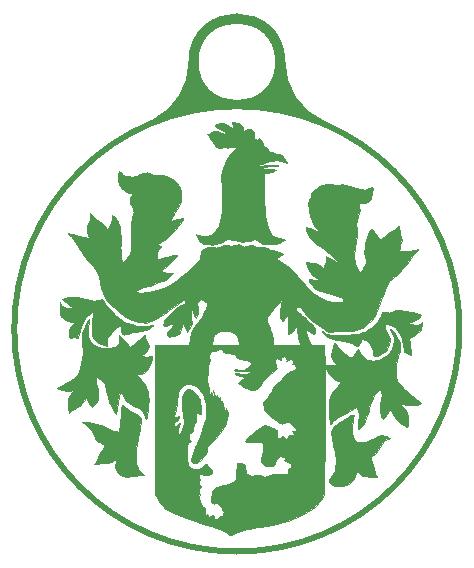
<source format=gbo>
G04 #@! TF.GenerationSoftware,KiCad,Pcbnew,(5.0.1)-3*
G04 #@! TF.CreationDate,2019-02-23T14:29:16-08:00*
G04 #@! TF.ProjectId,ruddock_crest,727564646F636B5F63726573742E6B69,A*
G04 #@! TF.SameCoordinates,Original*
G04 #@! TF.FileFunction,Legend,Bot*
G04 #@! TF.FilePolarity,Positive*
%FSLAX46Y46*%
G04 Gerber Fmt 4.6, Leading zero omitted, Abs format (unit mm)*
G04 Created by KiCad (PCBNEW (5.0.1)-3) date 2/23/2019 2:29:16 PM*
%MOMM*%
%LPD*%
G01*
G04 APERTURE LIST*
%ADD10C,0.500000*%
%ADD11C,0.150000*%
%ADD12C,0.570000*%
%ADD13C,0.010000*%
G04 APERTURE END LIST*
D10*
X144830800Y-85344417D02*
G75*
G03X148300896Y-90576399I5679895J417D01*
G01*
D11*
G36*
X146812000Y-89916000D02*
X141986000Y-88900000D01*
X143764000Y-87630000D01*
X144780000Y-85852000D01*
X145542000Y-88138000D01*
X146812000Y-89916000D01*
X146812000Y-89916000D01*
G37*
X146812000Y-89916000D02*
X141986000Y-88900000D01*
X143764000Y-87630000D01*
X144780000Y-85852000D01*
X145542000Y-88138000D01*
X146812000Y-89916000D01*
G36*
X135128000Y-89916000D02*
X139954000Y-88900000D01*
X138430000Y-87884000D01*
X137160000Y-85852000D01*
X136398000Y-88138000D01*
X135128000Y-89916000D01*
G37*
X135128000Y-89916000D02*
X139954000Y-88900000D01*
X138430000Y-87884000D01*
X137160000Y-85852000D01*
X136398000Y-88138000D01*
X135128000Y-89916000D01*
D10*
X137124610Y-85347465D02*
G75*
G02X133984999Y-90423999I-5679610J3465D01*
G01*
D12*
X137160000Y-85344000D02*
G75*
G02X144780000Y-85344000I3810000J0D01*
G01*
D10*
X144470000Y-85344000D02*
G75*
G03X144470000Y-85344000I-3500000J0D01*
G01*
X159820000Y-107950000D02*
G75*
G03X159820000Y-107950000I-18850000J0D01*
G01*
D13*
G04 #@! TO.C,G\002A\002A\002A*
G36*
X140578069Y-90443397D02*
X140573396Y-90503012D01*
X140589188Y-90626507D01*
X140603363Y-90699812D01*
X140625947Y-90851801D01*
X140606400Y-90922654D01*
X140537317Y-90913963D01*
X140411297Y-90827321D01*
X140328829Y-90758873D01*
X140078267Y-90595364D01*
X139810854Y-90508894D01*
X139547620Y-90501775D01*
X139309600Y-90576321D01*
X139216959Y-90636623D01*
X139114912Y-90732690D01*
X139104889Y-90796987D01*
X139187670Y-90842436D01*
X139230100Y-90854173D01*
X139383529Y-90910089D01*
X139563419Y-91000786D01*
X139739536Y-91107901D01*
X139881645Y-91213065D01*
X139959006Y-91296953D01*
X139994071Y-91408972D01*
X139956192Y-91461338D01*
X139856834Y-91450946D01*
X139707463Y-91374688D01*
X139697101Y-91367911D01*
X139468683Y-91243372D01*
X139265679Y-91201010D01*
X139057103Y-91238493D01*
X138897545Y-91307757D01*
X138733404Y-91381229D01*
X138589396Y-91429245D01*
X138523710Y-91440000D01*
X138410843Y-91440000D01*
X138514848Y-91536895D01*
X138586976Y-91625605D01*
X138687514Y-91776496D01*
X138798137Y-91961536D01*
X138831813Y-92021815D01*
X139030114Y-92324879D01*
X139237217Y-92526995D01*
X139453696Y-92628484D01*
X139680124Y-92629662D01*
X139831412Y-92577501D01*
X139953947Y-92524490D01*
X140021498Y-92518305D01*
X140068825Y-92558146D01*
X140079094Y-92571801D01*
X140132596Y-92627169D01*
X140186507Y-92606211D01*
X140224339Y-92570290D01*
X140307255Y-92516821D01*
X140364936Y-92541815D01*
X140452937Y-92572001D01*
X140621344Y-92578429D01*
X140733599Y-92571948D01*
X141046200Y-92546019D01*
X140873863Y-92676867D01*
X140577415Y-92951558D01*
X140298984Y-93302787D01*
X140053744Y-93705531D01*
X139856866Y-94134767D01*
X139723522Y-94565473D01*
X139720431Y-94579190D01*
X139682906Y-94772107D01*
X139662280Y-94954412D01*
X139657298Y-95157013D01*
X139666705Y-95410818D01*
X139678878Y-95602617D01*
X139711774Y-96239934D01*
X139721710Y-96854428D01*
X139709551Y-97433974D01*
X139676162Y-97966445D01*
X139622406Y-98439715D01*
X139549148Y-98841658D01*
X139457254Y-99160146D01*
X139418496Y-99254863D01*
X139225727Y-99603641D01*
X139003599Y-99858911D01*
X138744114Y-100026494D01*
X138439275Y-100112212D01*
X138220484Y-100126800D01*
X137948701Y-100106725D01*
X137739663Y-100042363D01*
X137705348Y-100025101D01*
X137589905Y-99968875D01*
X137522633Y-99947038D01*
X137515600Y-99950590D01*
X137536754Y-100007447D01*
X137591147Y-100124658D01*
X137640103Y-100223471D01*
X137803272Y-100474046D01*
X137997378Y-100654669D01*
X138206035Y-100750777D01*
X138240996Y-100757544D01*
X138589944Y-100799976D01*
X138878444Y-100807577D01*
X139141150Y-100781259D01*
X139141200Y-100781251D01*
X139545594Y-100681224D01*
X139876972Y-100523917D01*
X139987411Y-100447445D01*
X140161232Y-100314866D01*
X140807172Y-100450958D01*
X141076070Y-100506459D01*
X141271874Y-100541647D01*
X141420703Y-100558116D01*
X141548675Y-100557458D01*
X141681906Y-100541267D01*
X141833857Y-100513582D01*
X142040653Y-100470069D01*
X142226155Y-100424780D01*
X142352274Y-100387062D01*
X142357762Y-100384997D01*
X142453699Y-100359788D01*
X142543748Y-100375755D01*
X142663232Y-100442491D01*
X142726624Y-100485167D01*
X142984266Y-100643579D01*
X143217541Y-100737566D01*
X143467505Y-100780438D01*
X143658268Y-100787200D01*
X144154400Y-100750278D01*
X144589072Y-100638241D01*
X144805400Y-100543811D01*
X145059400Y-100414660D01*
X144881600Y-100369895D01*
X144525235Y-100272478D01*
X144248541Y-100172003D01*
X144035645Y-100052894D01*
X143870674Y-99899570D01*
X143737755Y-99696454D01*
X143621015Y-99427965D01*
X143504580Y-99078527D01*
X143478510Y-98992829D01*
X143434476Y-98834475D01*
X143400010Y-98675916D01*
X143373001Y-98498528D01*
X143351341Y-98283687D01*
X143332921Y-98012768D01*
X143315631Y-97667146D01*
X143307779Y-97485200D01*
X143292616Y-97096569D01*
X143278252Y-96681229D01*
X143265688Y-96271676D01*
X143255924Y-95900409D01*
X143250174Y-95614095D01*
X143246629Y-95298307D01*
X143250030Y-95069911D01*
X143264650Y-94914732D01*
X143294761Y-94818599D01*
X143344635Y-94767338D01*
X143418544Y-94746775D01*
X143512805Y-94742777D01*
X143622515Y-94728376D01*
X143770540Y-94691763D01*
X143933346Y-94641336D01*
X144087397Y-94585493D01*
X144209159Y-94532633D01*
X144275097Y-94491153D01*
X144272000Y-94471865D01*
X144191877Y-94458717D01*
X144034901Y-94444680D01*
X143825782Y-94431661D01*
X143647792Y-94423645D01*
X143338330Y-94403547D01*
X143128061Y-94370518D01*
X143017485Y-94324696D01*
X143007101Y-94266224D01*
X143022273Y-94247546D01*
X143085021Y-94231818D01*
X143229139Y-94216384D01*
X143434408Y-94202846D01*
X143680606Y-94192807D01*
X143730087Y-94191434D01*
X143982170Y-94182102D01*
X144197557Y-94168741D01*
X144355880Y-94153007D01*
X144436773Y-94136558D01*
X144441648Y-94133547D01*
X144436064Y-94098368D01*
X144348721Y-94072871D01*
X144199038Y-94057465D01*
X144006433Y-94052563D01*
X143790324Y-94058575D01*
X143570129Y-94075912D01*
X143365266Y-94104985D01*
X143338062Y-94110185D01*
X143098171Y-94152648D01*
X142942011Y-94166913D01*
X142855964Y-94153862D01*
X142839435Y-94142554D01*
X142840915Y-94089722D01*
X142926648Y-94026397D01*
X143080414Y-93957180D01*
X143285993Y-93886672D01*
X143527164Y-93819473D01*
X143787709Y-93760184D01*
X144051406Y-93713405D01*
X144302037Y-93683737D01*
X144486452Y-93675404D01*
X144639662Y-93696458D01*
X144831310Y-93750788D01*
X144955756Y-93799140D01*
X145236007Y-93923081D01*
X145159707Y-93735640D01*
X145000145Y-93472929D01*
X144768007Y-93269761D01*
X144482072Y-93141221D01*
X144393797Y-93120442D01*
X144107135Y-93061507D01*
X143903372Y-93007494D01*
X143764480Y-92951639D01*
X143672434Y-92887177D01*
X143625377Y-92832110D01*
X143485910Y-92638255D01*
X143380698Y-92513638D01*
X143290154Y-92443854D01*
X142421168Y-92443854D01*
X142371234Y-92451989D01*
X142305345Y-92442649D01*
X142304559Y-92425308D01*
X142372549Y-92413181D01*
X142401925Y-92421297D01*
X142421168Y-92443854D01*
X143290154Y-92443854D01*
X143288368Y-92442478D01*
X143187547Y-92408996D01*
X143056861Y-92397412D01*
X143035585Y-92396660D01*
X142897489Y-92390819D01*
X142855850Y-92384185D01*
X142905531Y-92374719D01*
X142963900Y-92368193D01*
X143089669Y-92346159D01*
X143143335Y-92299261D01*
X143154400Y-92206351D01*
X143124069Y-92089108D01*
X143049711Y-91958686D01*
X142956279Y-91849657D01*
X142868724Y-91796595D01*
X142857951Y-91795599D01*
X142808536Y-91837908D01*
X142784081Y-91897199D01*
X142734542Y-91983778D01*
X142651215Y-91980094D01*
X142528829Y-91885694D01*
X142517091Y-91874109D01*
X142434139Y-91763946D01*
X142397865Y-91626717D01*
X142392400Y-91501964D01*
X142378974Y-91324654D01*
X142329912Y-91206324D01*
X142274826Y-91144055D01*
X142109094Y-91053331D01*
X141911583Y-91045240D01*
X141732000Y-91109800D01*
X141598799Y-91171658D01*
X141519642Y-91159341D01*
X141474526Y-91062223D01*
X141456133Y-90963250D01*
X141413518Y-90804105D01*
X141347694Y-90677490D01*
X141324957Y-90652017D01*
X141238163Y-90602434D01*
X141095531Y-90547523D01*
X140927566Y-90495803D01*
X140764775Y-90455797D01*
X140637662Y-90436024D01*
X140578069Y-90443397D01*
X140578069Y-90443397D01*
G37*
X140578069Y-90443397D02*
X140573396Y-90503012D01*
X140589188Y-90626507D01*
X140603363Y-90699812D01*
X140625947Y-90851801D01*
X140606400Y-90922654D01*
X140537317Y-90913963D01*
X140411297Y-90827321D01*
X140328829Y-90758873D01*
X140078267Y-90595364D01*
X139810854Y-90508894D01*
X139547620Y-90501775D01*
X139309600Y-90576321D01*
X139216959Y-90636623D01*
X139114912Y-90732690D01*
X139104889Y-90796987D01*
X139187670Y-90842436D01*
X139230100Y-90854173D01*
X139383529Y-90910089D01*
X139563419Y-91000786D01*
X139739536Y-91107901D01*
X139881645Y-91213065D01*
X139959006Y-91296953D01*
X139994071Y-91408972D01*
X139956192Y-91461338D01*
X139856834Y-91450946D01*
X139707463Y-91374688D01*
X139697101Y-91367911D01*
X139468683Y-91243372D01*
X139265679Y-91201010D01*
X139057103Y-91238493D01*
X138897545Y-91307757D01*
X138733404Y-91381229D01*
X138589396Y-91429245D01*
X138523710Y-91440000D01*
X138410843Y-91440000D01*
X138514848Y-91536895D01*
X138586976Y-91625605D01*
X138687514Y-91776496D01*
X138798137Y-91961536D01*
X138831813Y-92021815D01*
X139030114Y-92324879D01*
X139237217Y-92526995D01*
X139453696Y-92628484D01*
X139680124Y-92629662D01*
X139831412Y-92577501D01*
X139953947Y-92524490D01*
X140021498Y-92518305D01*
X140068825Y-92558146D01*
X140079094Y-92571801D01*
X140132596Y-92627169D01*
X140186507Y-92606211D01*
X140224339Y-92570290D01*
X140307255Y-92516821D01*
X140364936Y-92541815D01*
X140452937Y-92572001D01*
X140621344Y-92578429D01*
X140733599Y-92571948D01*
X141046200Y-92546019D01*
X140873863Y-92676867D01*
X140577415Y-92951558D01*
X140298984Y-93302787D01*
X140053744Y-93705531D01*
X139856866Y-94134767D01*
X139723522Y-94565473D01*
X139720431Y-94579190D01*
X139682906Y-94772107D01*
X139662280Y-94954412D01*
X139657298Y-95157013D01*
X139666705Y-95410818D01*
X139678878Y-95602617D01*
X139711774Y-96239934D01*
X139721710Y-96854428D01*
X139709551Y-97433974D01*
X139676162Y-97966445D01*
X139622406Y-98439715D01*
X139549148Y-98841658D01*
X139457254Y-99160146D01*
X139418496Y-99254863D01*
X139225727Y-99603641D01*
X139003599Y-99858911D01*
X138744114Y-100026494D01*
X138439275Y-100112212D01*
X138220484Y-100126800D01*
X137948701Y-100106725D01*
X137739663Y-100042363D01*
X137705348Y-100025101D01*
X137589905Y-99968875D01*
X137522633Y-99947038D01*
X137515600Y-99950590D01*
X137536754Y-100007447D01*
X137591147Y-100124658D01*
X137640103Y-100223471D01*
X137803272Y-100474046D01*
X137997378Y-100654669D01*
X138206035Y-100750777D01*
X138240996Y-100757544D01*
X138589944Y-100799976D01*
X138878444Y-100807577D01*
X139141150Y-100781259D01*
X139141200Y-100781251D01*
X139545594Y-100681224D01*
X139876972Y-100523917D01*
X139987411Y-100447445D01*
X140161232Y-100314866D01*
X140807172Y-100450958D01*
X141076070Y-100506459D01*
X141271874Y-100541647D01*
X141420703Y-100558116D01*
X141548675Y-100557458D01*
X141681906Y-100541267D01*
X141833857Y-100513582D01*
X142040653Y-100470069D01*
X142226155Y-100424780D01*
X142352274Y-100387062D01*
X142357762Y-100384997D01*
X142453699Y-100359788D01*
X142543748Y-100375755D01*
X142663232Y-100442491D01*
X142726624Y-100485167D01*
X142984266Y-100643579D01*
X143217541Y-100737566D01*
X143467505Y-100780438D01*
X143658268Y-100787200D01*
X144154400Y-100750278D01*
X144589072Y-100638241D01*
X144805400Y-100543811D01*
X145059400Y-100414660D01*
X144881600Y-100369895D01*
X144525235Y-100272478D01*
X144248541Y-100172003D01*
X144035645Y-100052894D01*
X143870674Y-99899570D01*
X143737755Y-99696454D01*
X143621015Y-99427965D01*
X143504580Y-99078527D01*
X143478510Y-98992829D01*
X143434476Y-98834475D01*
X143400010Y-98675916D01*
X143373001Y-98498528D01*
X143351341Y-98283687D01*
X143332921Y-98012768D01*
X143315631Y-97667146D01*
X143307779Y-97485200D01*
X143292616Y-97096569D01*
X143278252Y-96681229D01*
X143265688Y-96271676D01*
X143255924Y-95900409D01*
X143250174Y-95614095D01*
X143246629Y-95298307D01*
X143250030Y-95069911D01*
X143264650Y-94914732D01*
X143294761Y-94818599D01*
X143344635Y-94767338D01*
X143418544Y-94746775D01*
X143512805Y-94742777D01*
X143622515Y-94728376D01*
X143770540Y-94691763D01*
X143933346Y-94641336D01*
X144087397Y-94585493D01*
X144209159Y-94532633D01*
X144275097Y-94491153D01*
X144272000Y-94471865D01*
X144191877Y-94458717D01*
X144034901Y-94444680D01*
X143825782Y-94431661D01*
X143647792Y-94423645D01*
X143338330Y-94403547D01*
X143128061Y-94370518D01*
X143017485Y-94324696D01*
X143007101Y-94266224D01*
X143022273Y-94247546D01*
X143085021Y-94231818D01*
X143229139Y-94216384D01*
X143434408Y-94202846D01*
X143680606Y-94192807D01*
X143730087Y-94191434D01*
X143982170Y-94182102D01*
X144197557Y-94168741D01*
X144355880Y-94153007D01*
X144436773Y-94136558D01*
X144441648Y-94133547D01*
X144436064Y-94098368D01*
X144348721Y-94072871D01*
X144199038Y-94057465D01*
X144006433Y-94052563D01*
X143790324Y-94058575D01*
X143570129Y-94075912D01*
X143365266Y-94104985D01*
X143338062Y-94110185D01*
X143098171Y-94152648D01*
X142942011Y-94166913D01*
X142855964Y-94153862D01*
X142839435Y-94142554D01*
X142840915Y-94089722D01*
X142926648Y-94026397D01*
X143080414Y-93957180D01*
X143285993Y-93886672D01*
X143527164Y-93819473D01*
X143787709Y-93760184D01*
X144051406Y-93713405D01*
X144302037Y-93683737D01*
X144486452Y-93675404D01*
X144639662Y-93696458D01*
X144831310Y-93750788D01*
X144955756Y-93799140D01*
X145236007Y-93923081D01*
X145159707Y-93735640D01*
X145000145Y-93472929D01*
X144768007Y-93269761D01*
X144482072Y-93141221D01*
X144393797Y-93120442D01*
X144107135Y-93061507D01*
X143903372Y-93007494D01*
X143764480Y-92951639D01*
X143672434Y-92887177D01*
X143625377Y-92832110D01*
X143485910Y-92638255D01*
X143380698Y-92513638D01*
X143290154Y-92443854D01*
X142421168Y-92443854D01*
X142371234Y-92451989D01*
X142305345Y-92442649D01*
X142304559Y-92425308D01*
X142372549Y-92413181D01*
X142401925Y-92421297D01*
X142421168Y-92443854D01*
X143290154Y-92443854D01*
X143288368Y-92442478D01*
X143187547Y-92408996D01*
X143056861Y-92397412D01*
X143035585Y-92396660D01*
X142897489Y-92390819D01*
X142855850Y-92384185D01*
X142905531Y-92374719D01*
X142963900Y-92368193D01*
X143089669Y-92346159D01*
X143143335Y-92299261D01*
X143154400Y-92206351D01*
X143124069Y-92089108D01*
X143049711Y-91958686D01*
X142956279Y-91849657D01*
X142868724Y-91796595D01*
X142857951Y-91795599D01*
X142808536Y-91837908D01*
X142784081Y-91897199D01*
X142734542Y-91983778D01*
X142651215Y-91980094D01*
X142528829Y-91885694D01*
X142517091Y-91874109D01*
X142434139Y-91763946D01*
X142397865Y-91626717D01*
X142392400Y-91501964D01*
X142378974Y-91324654D01*
X142329912Y-91206324D01*
X142274826Y-91144055D01*
X142109094Y-91053331D01*
X141911583Y-91045240D01*
X141732000Y-91109800D01*
X141598799Y-91171658D01*
X141519642Y-91159341D01*
X141474526Y-91062223D01*
X141456133Y-90963250D01*
X141413518Y-90804105D01*
X141347694Y-90677490D01*
X141324957Y-90652017D01*
X141238163Y-90602434D01*
X141095531Y-90547523D01*
X140927566Y-90495803D01*
X140764775Y-90455797D01*
X140637662Y-90436024D01*
X140578069Y-90443397D01*
G36*
X126764134Y-105250083D02*
X126395659Y-105325322D01*
X126143908Y-105391653D01*
X126147694Y-105426545D01*
X126222485Y-105501078D01*
X126353335Y-105600718D01*
X126372508Y-105613954D01*
X126568063Y-105754904D01*
X126769140Y-105911260D01*
X126898400Y-106019819D01*
X127127000Y-106222525D01*
X126847600Y-106219795D01*
X126556936Y-106197587D01*
X126342760Y-106132032D01*
X126186229Y-106014905D01*
X126097812Y-105892600D01*
X125980186Y-105689400D01*
X125994793Y-106257699D01*
X126002327Y-106506242D01*
X126013206Y-106675917D01*
X126032638Y-106789443D01*
X126065833Y-106869535D01*
X126117998Y-106938910D01*
X126161800Y-106986135D01*
X126315287Y-107127355D01*
X126477582Y-107225171D01*
X126682325Y-107296108D01*
X126886349Y-107342082D01*
X127049557Y-107377835D01*
X127163945Y-107409852D01*
X127203200Y-107429752D01*
X127172043Y-107478699D01*
X127092390Y-107576037D01*
X127030200Y-107646577D01*
X126882987Y-107873141D01*
X126786942Y-108150585D01*
X126754079Y-108436036D01*
X126767737Y-108583338D01*
X126800888Y-108705844D01*
X126846644Y-108746167D01*
X126888799Y-108738088D01*
X127158503Y-108674200D01*
X127396486Y-108700993D01*
X127403884Y-108703510D01*
X127510148Y-108733631D01*
X127552265Y-108713413D01*
X127559683Y-108645857D01*
X127591160Y-108369329D01*
X127674633Y-108041864D01*
X127799384Y-107692460D01*
X127954692Y-107350114D01*
X128129840Y-107043823D01*
X128178330Y-106972218D01*
X128265019Y-106875207D01*
X128388861Y-106766099D01*
X128525397Y-106662666D01*
X128650168Y-106582681D01*
X128738719Y-106543916D01*
X128763518Y-106546984D01*
X128769571Y-106604843D01*
X128767974Y-106746750D01*
X128759394Y-106955491D01*
X128744494Y-107213854D01*
X128729199Y-107434906D01*
X128709957Y-107731841D01*
X128697328Y-108004111D01*
X128691894Y-108230949D01*
X128694240Y-108391589D01*
X128700654Y-108452780D01*
X128800279Y-108692108D01*
X128979673Y-108919574D01*
X129217207Y-109116905D01*
X129491254Y-109265832D01*
X129755900Y-109344194D01*
X129946400Y-109377003D01*
X129946400Y-109077523D01*
X129955869Y-108883265D01*
X129993595Y-108742127D01*
X130073564Y-108606637D01*
X130092979Y-108579921D01*
X130196814Y-108454347D01*
X130340792Y-108299725D01*
X130509614Y-108130226D01*
X130687984Y-107960020D01*
X130860603Y-107803280D01*
X131012173Y-107674175D01*
X131127397Y-107586876D01*
X131190978Y-107555554D01*
X131196564Y-107557630D01*
X131195228Y-107614034D01*
X131165268Y-107725468D01*
X131159208Y-107743300D01*
X131133621Y-107949027D01*
X131178725Y-108165221D01*
X131283388Y-108346726D01*
X131316249Y-108380214D01*
X131377314Y-108428308D01*
X131439272Y-108443858D01*
X131532211Y-108425569D01*
X131686214Y-108372148D01*
X131710387Y-108363256D01*
X131918168Y-108299772D01*
X132169243Y-108241357D01*
X132384800Y-108204340D01*
X132878784Y-108121192D01*
X133276549Y-108015861D01*
X133581268Y-107887243D01*
X133796111Y-107734230D01*
X133827774Y-107701490D01*
X133882382Y-107635760D01*
X133887063Y-107604327D01*
X133828855Y-107605995D01*
X133694799Y-107639573D01*
X133563547Y-107677161D01*
X133255805Y-107727412D01*
X132888417Y-107723849D01*
X132485321Y-107670417D01*
X132070454Y-107571062D01*
X131667755Y-107429729D01*
X131445000Y-107327968D01*
X131224444Y-107192162D01*
X130963499Y-106992384D01*
X130681234Y-106747048D01*
X130396718Y-106474568D01*
X130129017Y-106193358D01*
X129897200Y-105921834D01*
X129720335Y-105678408D01*
X129695416Y-105638348D01*
X129621415Y-105515727D01*
X129573268Y-105436359D01*
X129564503Y-105422157D01*
X129516320Y-105429456D01*
X129404300Y-105463145D01*
X129338338Y-105485657D01*
X129096493Y-105545364D01*
X128835079Y-105554747D01*
X128532610Y-105512407D01*
X128167602Y-105416947D01*
X128136548Y-105407435D01*
X127746364Y-105298858D01*
X127408335Y-105236604D01*
X127091309Y-105220428D01*
X126764134Y-105250083D01*
X126764134Y-105250083D01*
G37*
X126764134Y-105250083D02*
X126395659Y-105325322D01*
X126143908Y-105391653D01*
X126147694Y-105426545D01*
X126222485Y-105501078D01*
X126353335Y-105600718D01*
X126372508Y-105613954D01*
X126568063Y-105754904D01*
X126769140Y-105911260D01*
X126898400Y-106019819D01*
X127127000Y-106222525D01*
X126847600Y-106219795D01*
X126556936Y-106197587D01*
X126342760Y-106132032D01*
X126186229Y-106014905D01*
X126097812Y-105892600D01*
X125980186Y-105689400D01*
X125994793Y-106257699D01*
X126002327Y-106506242D01*
X126013206Y-106675917D01*
X126032638Y-106789443D01*
X126065833Y-106869535D01*
X126117998Y-106938910D01*
X126161800Y-106986135D01*
X126315287Y-107127355D01*
X126477582Y-107225171D01*
X126682325Y-107296108D01*
X126886349Y-107342082D01*
X127049557Y-107377835D01*
X127163945Y-107409852D01*
X127203200Y-107429752D01*
X127172043Y-107478699D01*
X127092390Y-107576037D01*
X127030200Y-107646577D01*
X126882987Y-107873141D01*
X126786942Y-108150585D01*
X126754079Y-108436036D01*
X126767737Y-108583338D01*
X126800888Y-108705844D01*
X126846644Y-108746167D01*
X126888799Y-108738088D01*
X127158503Y-108674200D01*
X127396486Y-108700993D01*
X127403884Y-108703510D01*
X127510148Y-108733631D01*
X127552265Y-108713413D01*
X127559683Y-108645857D01*
X127591160Y-108369329D01*
X127674633Y-108041864D01*
X127799384Y-107692460D01*
X127954692Y-107350114D01*
X128129840Y-107043823D01*
X128178330Y-106972218D01*
X128265019Y-106875207D01*
X128388861Y-106766099D01*
X128525397Y-106662666D01*
X128650168Y-106582681D01*
X128738719Y-106543916D01*
X128763518Y-106546984D01*
X128769571Y-106604843D01*
X128767974Y-106746750D01*
X128759394Y-106955491D01*
X128744494Y-107213854D01*
X128729199Y-107434906D01*
X128709957Y-107731841D01*
X128697328Y-108004111D01*
X128691894Y-108230949D01*
X128694240Y-108391589D01*
X128700654Y-108452780D01*
X128800279Y-108692108D01*
X128979673Y-108919574D01*
X129217207Y-109116905D01*
X129491254Y-109265832D01*
X129755900Y-109344194D01*
X129946400Y-109377003D01*
X129946400Y-109077523D01*
X129955869Y-108883265D01*
X129993595Y-108742127D01*
X130073564Y-108606637D01*
X130092979Y-108579921D01*
X130196814Y-108454347D01*
X130340792Y-108299725D01*
X130509614Y-108130226D01*
X130687984Y-107960020D01*
X130860603Y-107803280D01*
X131012173Y-107674175D01*
X131127397Y-107586876D01*
X131190978Y-107555554D01*
X131196564Y-107557630D01*
X131195228Y-107614034D01*
X131165268Y-107725468D01*
X131159208Y-107743300D01*
X131133621Y-107949027D01*
X131178725Y-108165221D01*
X131283388Y-108346726D01*
X131316249Y-108380214D01*
X131377314Y-108428308D01*
X131439272Y-108443858D01*
X131532211Y-108425569D01*
X131686214Y-108372148D01*
X131710387Y-108363256D01*
X131918168Y-108299772D01*
X132169243Y-108241357D01*
X132384800Y-108204340D01*
X132878784Y-108121192D01*
X133276549Y-108015861D01*
X133581268Y-107887243D01*
X133796111Y-107734230D01*
X133827774Y-107701490D01*
X133882382Y-107635760D01*
X133887063Y-107604327D01*
X133828855Y-107605995D01*
X133694799Y-107639573D01*
X133563547Y-107677161D01*
X133255805Y-107727412D01*
X132888417Y-107723849D01*
X132485321Y-107670417D01*
X132070454Y-107571062D01*
X131667755Y-107429729D01*
X131445000Y-107327968D01*
X131224444Y-107192162D01*
X130963499Y-106992384D01*
X130681234Y-106747048D01*
X130396718Y-106474568D01*
X130129017Y-106193358D01*
X129897200Y-105921834D01*
X129720335Y-105678408D01*
X129695416Y-105638348D01*
X129621415Y-105515727D01*
X129573268Y-105436359D01*
X129564503Y-105422157D01*
X129516320Y-105429456D01*
X129404300Y-105463145D01*
X129338338Y-105485657D01*
X129096493Y-105545364D01*
X128835079Y-105554747D01*
X128532610Y-105512407D01*
X128167602Y-105416947D01*
X128136548Y-105407435D01*
X127746364Y-105298858D01*
X127408335Y-105236604D01*
X127091309Y-105220428D01*
X126764134Y-105250083D01*
G36*
X154452545Y-106378212D02*
X154298886Y-106426327D01*
X154137506Y-106502130D01*
X154013308Y-106550326D01*
X153868810Y-106567627D01*
X153667446Y-106557774D01*
X153629506Y-106554128D01*
X153289000Y-106520027D01*
X153147899Y-106841313D01*
X152899047Y-107293533D01*
X152580374Y-107672837D01*
X152188239Y-107982904D01*
X151820484Y-108182990D01*
X151662929Y-108248934D01*
X151499403Y-108302029D01*
X151313819Y-108344820D01*
X151090092Y-108379856D01*
X150812135Y-108409683D01*
X150463864Y-108436849D01*
X150056436Y-108462325D01*
X149643893Y-108483105D01*
X149316472Y-108490659D01*
X149058316Y-108482966D01*
X148853566Y-108458005D01*
X148686366Y-108413754D01*
X148540856Y-108348192D01*
X148401180Y-108259298D01*
X148387739Y-108249639D01*
X148271582Y-108170486D01*
X148197640Y-108129687D01*
X148183600Y-108129657D01*
X148215719Y-108178080D01*
X148299885Y-108278087D01*
X148416745Y-108406803D01*
X148552122Y-108538062D01*
X148692981Y-108639221D01*
X148860269Y-108719145D01*
X149074937Y-108786701D01*
X149357932Y-108850753D01*
X149555200Y-108888607D01*
X149992025Y-108978729D01*
X150370523Y-109076164D01*
X150677432Y-109176956D01*
X150899488Y-109277150D01*
X150940392Y-109301772D01*
X151076772Y-109377845D01*
X151171712Y-109393350D01*
X151231966Y-109372204D01*
X151346544Y-109265458D01*
X151438279Y-109101243D01*
X151484009Y-108923691D01*
X151485600Y-108888899D01*
X151498137Y-108795323D01*
X151553702Y-108778863D01*
X151599900Y-108790427D01*
X151881104Y-108906164D01*
X152097002Y-109072374D01*
X152214042Y-109213031D01*
X152340989Y-109398085D01*
X152419057Y-109546451D01*
X152464129Y-109699726D01*
X152492086Y-109899510D01*
X152497736Y-109956113D01*
X152525624Y-110147013D01*
X152565846Y-110248499D01*
X152603200Y-110272638D01*
X152684080Y-110259534D01*
X152828982Y-110213766D01*
X153009373Y-110144576D01*
X153046166Y-110129178D01*
X153284915Y-110010800D01*
X153477421Y-109882376D01*
X153561659Y-109804117D01*
X153672305Y-109644221D01*
X153778906Y-109434357D01*
X153865657Y-109212289D01*
X153916757Y-109015782D01*
X153924000Y-108938226D01*
X153904511Y-108839098D01*
X153852067Y-108674192D01*
X153775705Y-108470245D01*
X153720868Y-108337218D01*
X153630173Y-108116344D01*
X153552917Y-107912427D01*
X153499967Y-107754929D01*
X153484771Y-107696954D01*
X153451808Y-107532136D01*
X153675204Y-107566995D01*
X153928620Y-107632608D01*
X154186370Y-107742680D01*
X154412208Y-107879019D01*
X154559759Y-108010965D01*
X154792601Y-108363327D01*
X154963824Y-108790638D01*
X155070841Y-109285156D01*
X155104907Y-109641997D01*
X155117800Y-109886194D01*
X155703482Y-110123660D01*
X155673809Y-109709930D01*
X155653153Y-109475592D01*
X155626478Y-109245055D01*
X155599244Y-109064970D01*
X155596868Y-109052399D01*
X155564424Y-108876844D01*
X155558628Y-108774586D01*
X155588178Y-108718920D01*
X155661774Y-108683141D01*
X155723932Y-108662344D01*
X155961912Y-108542498D01*
X156214897Y-108340469D01*
X156436749Y-108104616D01*
X156547021Y-107956934D01*
X156600552Y-107828056D01*
X156616163Y-107668872D01*
X156616400Y-107635877D01*
X156616400Y-107382168D01*
X156460103Y-107513684D01*
X156260592Y-107621545D01*
X156026213Y-107636842D01*
X155753507Y-107559680D01*
X155702000Y-107536871D01*
X155473400Y-107430774D01*
X155730005Y-107341312D01*
X155912421Y-107272568D01*
X156081906Y-107200434D01*
X156143054Y-107170949D01*
X156248783Y-107099903D01*
X156364687Y-106998701D01*
X156468313Y-106890726D01*
X156537208Y-106799361D01*
X156549053Y-106748119D01*
X156479178Y-106716075D01*
X156330739Y-106670305D01*
X156125022Y-106615858D01*
X155883314Y-106557783D01*
X155626900Y-106501128D01*
X155377067Y-106450943D01*
X155155101Y-106412276D01*
X155096542Y-106403594D01*
X154821863Y-106369878D01*
X154617034Y-106360406D01*
X154452545Y-106378212D01*
X154452545Y-106378212D01*
G37*
X154452545Y-106378212D02*
X154298886Y-106426327D01*
X154137506Y-106502130D01*
X154013308Y-106550326D01*
X153868810Y-106567627D01*
X153667446Y-106557774D01*
X153629506Y-106554128D01*
X153289000Y-106520027D01*
X153147899Y-106841313D01*
X152899047Y-107293533D01*
X152580374Y-107672837D01*
X152188239Y-107982904D01*
X151820484Y-108182990D01*
X151662929Y-108248934D01*
X151499403Y-108302029D01*
X151313819Y-108344820D01*
X151090092Y-108379856D01*
X150812135Y-108409683D01*
X150463864Y-108436849D01*
X150056436Y-108462325D01*
X149643893Y-108483105D01*
X149316472Y-108490659D01*
X149058316Y-108482966D01*
X148853566Y-108458005D01*
X148686366Y-108413754D01*
X148540856Y-108348192D01*
X148401180Y-108259298D01*
X148387739Y-108249639D01*
X148271582Y-108170486D01*
X148197640Y-108129687D01*
X148183600Y-108129657D01*
X148215719Y-108178080D01*
X148299885Y-108278087D01*
X148416745Y-108406803D01*
X148552122Y-108538062D01*
X148692981Y-108639221D01*
X148860269Y-108719145D01*
X149074937Y-108786701D01*
X149357932Y-108850753D01*
X149555200Y-108888607D01*
X149992025Y-108978729D01*
X150370523Y-109076164D01*
X150677432Y-109176956D01*
X150899488Y-109277150D01*
X150940392Y-109301772D01*
X151076772Y-109377845D01*
X151171712Y-109393350D01*
X151231966Y-109372204D01*
X151346544Y-109265458D01*
X151438279Y-109101243D01*
X151484009Y-108923691D01*
X151485600Y-108888899D01*
X151498137Y-108795323D01*
X151553702Y-108778863D01*
X151599900Y-108790427D01*
X151881104Y-108906164D01*
X152097002Y-109072374D01*
X152214042Y-109213031D01*
X152340989Y-109398085D01*
X152419057Y-109546451D01*
X152464129Y-109699726D01*
X152492086Y-109899510D01*
X152497736Y-109956113D01*
X152525624Y-110147013D01*
X152565846Y-110248499D01*
X152603200Y-110272638D01*
X152684080Y-110259534D01*
X152828982Y-110213766D01*
X153009373Y-110144576D01*
X153046166Y-110129178D01*
X153284915Y-110010800D01*
X153477421Y-109882376D01*
X153561659Y-109804117D01*
X153672305Y-109644221D01*
X153778906Y-109434357D01*
X153865657Y-109212289D01*
X153916757Y-109015782D01*
X153924000Y-108938226D01*
X153904511Y-108839098D01*
X153852067Y-108674192D01*
X153775705Y-108470245D01*
X153720868Y-108337218D01*
X153630173Y-108116344D01*
X153552917Y-107912427D01*
X153499967Y-107754929D01*
X153484771Y-107696954D01*
X153451808Y-107532136D01*
X153675204Y-107566995D01*
X153928620Y-107632608D01*
X154186370Y-107742680D01*
X154412208Y-107879019D01*
X154559759Y-108010965D01*
X154792601Y-108363327D01*
X154963824Y-108790638D01*
X155070841Y-109285156D01*
X155104907Y-109641997D01*
X155117800Y-109886194D01*
X155703482Y-110123660D01*
X155673809Y-109709930D01*
X155653153Y-109475592D01*
X155626478Y-109245055D01*
X155599244Y-109064970D01*
X155596868Y-109052399D01*
X155564424Y-108876844D01*
X155558628Y-108774586D01*
X155588178Y-108718920D01*
X155661774Y-108683141D01*
X155723932Y-108662344D01*
X155961912Y-108542498D01*
X156214897Y-108340469D01*
X156436749Y-108104616D01*
X156547021Y-107956934D01*
X156600552Y-107828056D01*
X156616163Y-107668872D01*
X156616400Y-107635877D01*
X156616400Y-107382168D01*
X156460103Y-107513684D01*
X156260592Y-107621545D01*
X156026213Y-107636842D01*
X155753507Y-107559680D01*
X155702000Y-107536871D01*
X155473400Y-107430774D01*
X155730005Y-107341312D01*
X155912421Y-107272568D01*
X156081906Y-107200434D01*
X156143054Y-107170949D01*
X156248783Y-107099903D01*
X156364687Y-106998701D01*
X156468313Y-106890726D01*
X156537208Y-106799361D01*
X156549053Y-106748119D01*
X156479178Y-106716075D01*
X156330739Y-106670305D01*
X156125022Y-106615858D01*
X155883314Y-106557783D01*
X155626900Y-106501128D01*
X155377067Y-106450943D01*
X155155101Y-106412276D01*
X155096542Y-106403594D01*
X154821863Y-106369878D01*
X154617034Y-106360406D01*
X154452545Y-106378212D01*
G36*
X128417728Y-107126318D02*
X128358856Y-107229180D01*
X128279276Y-107386149D01*
X128188170Y-107577390D01*
X128094725Y-107783062D01*
X128008123Y-107983329D01*
X127937550Y-108158352D01*
X127892189Y-108288294D01*
X127887348Y-108305600D01*
X127836440Y-108542566D01*
X127818011Y-108765199D01*
X127832425Y-109007129D01*
X127880044Y-109301986D01*
X127899125Y-109397389D01*
X127933432Y-109571256D01*
X127953522Y-109710227D01*
X127958694Y-109840533D01*
X127948245Y-109988404D01*
X127921472Y-110180072D01*
X127877673Y-110441768D01*
X127869949Y-110486606D01*
X127784842Y-110933461D01*
X127698014Y-111290541D01*
X127605795Y-111569652D01*
X127504515Y-111782600D01*
X127434225Y-111888336D01*
X127305229Y-112024935D01*
X127111898Y-112177223D01*
X126845747Y-112350913D01*
X126498290Y-112551718D01*
X126246131Y-112688193D01*
X125723590Y-112965603D01*
X125917295Y-113042587D01*
X126248956Y-113151442D01*
X126551247Y-113206268D01*
X126802261Y-113203697D01*
X126871450Y-113189310D01*
X127001759Y-113160330D01*
X127084705Y-113154907D01*
X127095136Y-113159001D01*
X127084521Y-113211455D01*
X127027061Y-113309981D01*
X127009092Y-113335424D01*
X126898096Y-113487676D01*
X126785270Y-113642521D01*
X126784100Y-113644126D01*
X126727425Y-113735326D01*
X126693701Y-113835928D01*
X126677837Y-113974134D01*
X126674739Y-114178147D01*
X126675404Y-114246034D01*
X126682146Y-114475525D01*
X126695075Y-114689846D01*
X126711723Y-114850957D01*
X126716571Y-114880589D01*
X126752136Y-115070164D01*
X127000892Y-114837482D01*
X127177252Y-114692543D01*
X127320605Y-114615007D01*
X127374697Y-114604800D01*
X127503443Y-114561872D01*
X127643510Y-114445707D01*
X127648999Y-114439700D01*
X127771940Y-114303689D01*
X127919534Y-114140382D01*
X127997000Y-114054662D01*
X128195749Y-113834724D01*
X128442832Y-114196343D01*
X128560205Y-114357293D01*
X128661585Y-114476750D01*
X128730763Y-114536361D01*
X128745741Y-114539353D01*
X128799721Y-114490840D01*
X128890989Y-114379806D01*
X129001244Y-114228768D01*
X129018383Y-114203915D01*
X129131010Y-114032314D01*
X129195861Y-113902838D01*
X129225862Y-113776138D01*
X129233937Y-113612863D01*
X129234005Y-113547442D01*
X129218788Y-113316727D01*
X129180277Y-113050807D01*
X129132405Y-112830235D01*
X129058294Y-112499492D01*
X129035108Y-112255711D01*
X129062776Y-112097978D01*
X129073808Y-112077611D01*
X129137071Y-112062458D01*
X129250526Y-112104976D01*
X129392355Y-112191157D01*
X129540744Y-112306993D01*
X129673876Y-112438478D01*
X129716344Y-112490175D01*
X129789557Y-112605180D01*
X129844329Y-112744602D01*
X129888930Y-112935115D01*
X129926680Y-113168618D01*
X129970641Y-113426223D01*
X130026414Y-113686286D01*
X130084339Y-113905446D01*
X130105192Y-113969800D01*
X130169037Y-114130241D01*
X130258993Y-114329127D01*
X130363819Y-114544660D01*
X130472271Y-114755042D01*
X130573107Y-114938475D01*
X130655084Y-115073160D01*
X130706960Y-115137299D01*
X130707526Y-115137659D01*
X130735125Y-115104725D01*
X130769251Y-114993672D01*
X130803235Y-114827118D01*
X130808433Y-114795446D01*
X130841762Y-114588022D01*
X130885421Y-114319945D01*
X130932949Y-114030765D01*
X130965448Y-113834620D01*
X131004143Y-113599232D01*
X131035930Y-113400561D01*
X131057441Y-113260024D01*
X131065299Y-113199620D01*
X131085770Y-113219622D01*
X131138480Y-113312150D01*
X131212449Y-113457779D01*
X131220034Y-113473365D01*
X131385916Y-113753806D01*
X131596331Y-114017907D01*
X131829787Y-114243860D01*
X132064794Y-114409856D01*
X132207000Y-114474868D01*
X132513709Y-114588754D01*
X132739542Y-114702713D01*
X132903713Y-114834289D01*
X133025435Y-115001020D01*
X133123920Y-115220448D01*
X133170029Y-115354100D01*
X133225268Y-115518149D01*
X133260874Y-115598153D01*
X133286560Y-115607337D01*
X133312042Y-115558922D01*
X133314968Y-115551382D01*
X133356718Y-115397000D01*
X133397395Y-115166630D01*
X133434301Y-114885869D01*
X133464740Y-114580315D01*
X133486016Y-114275568D01*
X133495432Y-113997226D01*
X133494168Y-113850308D01*
X133484542Y-113601863D01*
X133468572Y-113421100D01*
X133438094Y-113274119D01*
X133384945Y-113127018D01*
X133300960Y-112945897D01*
X133252793Y-112848021D01*
X133066811Y-112514779D01*
X132864686Y-112244541D01*
X132730798Y-112102900D01*
X132433012Y-111810800D01*
X132644210Y-111810800D01*
X132907313Y-111761982D01*
X133154182Y-111622967D01*
X133375626Y-111404916D01*
X133562455Y-111118986D01*
X133705479Y-110776338D01*
X133790803Y-110418544D01*
X133807051Y-110292607D01*
X133791821Y-110243007D01*
X133732147Y-110246182D01*
X133700665Y-110254745D01*
X133390260Y-110319086D01*
X133153267Y-110315194D01*
X132995455Y-110247069D01*
X132869844Y-110145355D01*
X133052832Y-110068898D01*
X133176299Y-109997237D01*
X133276918Y-109883214D01*
X133378370Y-109701078D01*
X133520921Y-109409715D01*
X133351970Y-109096649D01*
X133250544Y-108885599D01*
X133206350Y-108726950D01*
X133206911Y-108620791D01*
X133218661Y-108509892D01*
X133215190Y-108458444D01*
X133214013Y-108458000D01*
X133171284Y-108488686D01*
X133063744Y-108573595D01*
X132904710Y-108701997D01*
X132707499Y-108863165D01*
X132551852Y-108991400D01*
X132334232Y-109169605D01*
X132143649Y-109322538D01*
X131993856Y-109439409D01*
X131898607Y-109509433D01*
X131871748Y-109524800D01*
X131834676Y-109481986D01*
X131806268Y-109402295D01*
X131758687Y-109316187D01*
X131654597Y-109180769D01*
X131510947Y-109016919D01*
X131394361Y-108894902D01*
X131013200Y-108510013D01*
X131013200Y-108844625D01*
X131009026Y-109030889D01*
X130989000Y-109150161D01*
X130941865Y-109236944D01*
X130856366Y-109325742D01*
X130856197Y-109325900D01*
X130690025Y-109446108D01*
X130485099Y-109523932D01*
X130223323Y-109563451D01*
X129886603Y-109568747D01*
X129794000Y-109565439D01*
X129492522Y-109542758D01*
X129261307Y-109496794D01*
X129069645Y-109415518D01*
X128886824Y-109286900D01*
X128735826Y-109150975D01*
X128570386Y-108975148D01*
X128453687Y-108800672D01*
X128381204Y-108608147D01*
X128348412Y-108378172D01*
X128350787Y-108091347D01*
X128383804Y-107728272D01*
X128390572Y-107670600D01*
X128416520Y-107445028D01*
X128435763Y-107260349D01*
X128446248Y-107137536D01*
X128446705Y-107097403D01*
X128417728Y-107126318D01*
X128417728Y-107126318D01*
G37*
X128417728Y-107126318D02*
X128358856Y-107229180D01*
X128279276Y-107386149D01*
X128188170Y-107577390D01*
X128094725Y-107783062D01*
X128008123Y-107983329D01*
X127937550Y-108158352D01*
X127892189Y-108288294D01*
X127887348Y-108305600D01*
X127836440Y-108542566D01*
X127818011Y-108765199D01*
X127832425Y-109007129D01*
X127880044Y-109301986D01*
X127899125Y-109397389D01*
X127933432Y-109571256D01*
X127953522Y-109710227D01*
X127958694Y-109840533D01*
X127948245Y-109988404D01*
X127921472Y-110180072D01*
X127877673Y-110441768D01*
X127869949Y-110486606D01*
X127784842Y-110933461D01*
X127698014Y-111290541D01*
X127605795Y-111569652D01*
X127504515Y-111782600D01*
X127434225Y-111888336D01*
X127305229Y-112024935D01*
X127111898Y-112177223D01*
X126845747Y-112350913D01*
X126498290Y-112551718D01*
X126246131Y-112688193D01*
X125723590Y-112965603D01*
X125917295Y-113042587D01*
X126248956Y-113151442D01*
X126551247Y-113206268D01*
X126802261Y-113203697D01*
X126871450Y-113189310D01*
X127001759Y-113160330D01*
X127084705Y-113154907D01*
X127095136Y-113159001D01*
X127084521Y-113211455D01*
X127027061Y-113309981D01*
X127009092Y-113335424D01*
X126898096Y-113487676D01*
X126785270Y-113642521D01*
X126784100Y-113644126D01*
X126727425Y-113735326D01*
X126693701Y-113835928D01*
X126677837Y-113974134D01*
X126674739Y-114178147D01*
X126675404Y-114246034D01*
X126682146Y-114475525D01*
X126695075Y-114689846D01*
X126711723Y-114850957D01*
X126716571Y-114880589D01*
X126752136Y-115070164D01*
X127000892Y-114837482D01*
X127177252Y-114692543D01*
X127320605Y-114615007D01*
X127374697Y-114604800D01*
X127503443Y-114561872D01*
X127643510Y-114445707D01*
X127648999Y-114439700D01*
X127771940Y-114303689D01*
X127919534Y-114140382D01*
X127997000Y-114054662D01*
X128195749Y-113834724D01*
X128442832Y-114196343D01*
X128560205Y-114357293D01*
X128661585Y-114476750D01*
X128730763Y-114536361D01*
X128745741Y-114539353D01*
X128799721Y-114490840D01*
X128890989Y-114379806D01*
X129001244Y-114228768D01*
X129018383Y-114203915D01*
X129131010Y-114032314D01*
X129195861Y-113902838D01*
X129225862Y-113776138D01*
X129233937Y-113612863D01*
X129234005Y-113547442D01*
X129218788Y-113316727D01*
X129180277Y-113050807D01*
X129132405Y-112830235D01*
X129058294Y-112499492D01*
X129035108Y-112255711D01*
X129062776Y-112097978D01*
X129073808Y-112077611D01*
X129137071Y-112062458D01*
X129250526Y-112104976D01*
X129392355Y-112191157D01*
X129540744Y-112306993D01*
X129673876Y-112438478D01*
X129716344Y-112490175D01*
X129789557Y-112605180D01*
X129844329Y-112744602D01*
X129888930Y-112935115D01*
X129926680Y-113168618D01*
X129970641Y-113426223D01*
X130026414Y-113686286D01*
X130084339Y-113905446D01*
X130105192Y-113969800D01*
X130169037Y-114130241D01*
X130258993Y-114329127D01*
X130363819Y-114544660D01*
X130472271Y-114755042D01*
X130573107Y-114938475D01*
X130655084Y-115073160D01*
X130706960Y-115137299D01*
X130707526Y-115137659D01*
X130735125Y-115104725D01*
X130769251Y-114993672D01*
X130803235Y-114827118D01*
X130808433Y-114795446D01*
X130841762Y-114588022D01*
X130885421Y-114319945D01*
X130932949Y-114030765D01*
X130965448Y-113834620D01*
X131004143Y-113599232D01*
X131035930Y-113400561D01*
X131057441Y-113260024D01*
X131065299Y-113199620D01*
X131085770Y-113219622D01*
X131138480Y-113312150D01*
X131212449Y-113457779D01*
X131220034Y-113473365D01*
X131385916Y-113753806D01*
X131596331Y-114017907D01*
X131829787Y-114243860D01*
X132064794Y-114409856D01*
X132207000Y-114474868D01*
X132513709Y-114588754D01*
X132739542Y-114702713D01*
X132903713Y-114834289D01*
X133025435Y-115001020D01*
X133123920Y-115220448D01*
X133170029Y-115354100D01*
X133225268Y-115518149D01*
X133260874Y-115598153D01*
X133286560Y-115607337D01*
X133312042Y-115558922D01*
X133314968Y-115551382D01*
X133356718Y-115397000D01*
X133397395Y-115166630D01*
X133434301Y-114885869D01*
X133464740Y-114580315D01*
X133486016Y-114275568D01*
X133495432Y-113997226D01*
X133494168Y-113850308D01*
X133484542Y-113601863D01*
X133468572Y-113421100D01*
X133438094Y-113274119D01*
X133384945Y-113127018D01*
X133300960Y-112945897D01*
X133252793Y-112848021D01*
X133066811Y-112514779D01*
X132864686Y-112244541D01*
X132730798Y-112102900D01*
X132433012Y-111810800D01*
X132644210Y-111810800D01*
X132907313Y-111761982D01*
X133154182Y-111622967D01*
X133375626Y-111404916D01*
X133562455Y-111118986D01*
X133705479Y-110776338D01*
X133790803Y-110418544D01*
X133807051Y-110292607D01*
X133791821Y-110243007D01*
X133732147Y-110246182D01*
X133700665Y-110254745D01*
X133390260Y-110319086D01*
X133153267Y-110315194D01*
X132995455Y-110247069D01*
X132869844Y-110145355D01*
X133052832Y-110068898D01*
X133176299Y-109997237D01*
X133276918Y-109883214D01*
X133378370Y-109701078D01*
X133520921Y-109409715D01*
X133351970Y-109096649D01*
X133250544Y-108885599D01*
X133206350Y-108726950D01*
X133206911Y-108620791D01*
X133218661Y-108509892D01*
X133215190Y-108458444D01*
X133214013Y-108458000D01*
X133171284Y-108488686D01*
X133063744Y-108573595D01*
X132904710Y-108701997D01*
X132707499Y-108863165D01*
X132551852Y-108991400D01*
X132334232Y-109169605D01*
X132143649Y-109322538D01*
X131993856Y-109439409D01*
X131898607Y-109509433D01*
X131871748Y-109524800D01*
X131834676Y-109481986D01*
X131806268Y-109402295D01*
X131758687Y-109316187D01*
X131654597Y-109180769D01*
X131510947Y-109016919D01*
X131394361Y-108894902D01*
X131013200Y-108510013D01*
X131013200Y-108844625D01*
X131009026Y-109030889D01*
X130989000Y-109150161D01*
X130941865Y-109236944D01*
X130856366Y-109325742D01*
X130856197Y-109325900D01*
X130690025Y-109446108D01*
X130485099Y-109523932D01*
X130223323Y-109563451D01*
X129886603Y-109568747D01*
X129794000Y-109565439D01*
X129492522Y-109542758D01*
X129261307Y-109496794D01*
X129069645Y-109415518D01*
X128886824Y-109286900D01*
X128735826Y-109150975D01*
X128570386Y-108975148D01*
X128453687Y-108800672D01*
X128381204Y-108608147D01*
X128348412Y-108378172D01*
X128350787Y-108091347D01*
X128383804Y-107728272D01*
X128390572Y-107670600D01*
X128416520Y-107445028D01*
X128435763Y-107260349D01*
X128446248Y-107137536D01*
X128446705Y-107097403D01*
X128417728Y-107126318D01*
G36*
X131216364Y-114397607D02*
X131211416Y-114492710D01*
X131197835Y-114662757D01*
X131177442Y-114889946D01*
X131152058Y-115156470D01*
X131123504Y-115444526D01*
X131093602Y-115736309D01*
X131064174Y-116014014D01*
X131037040Y-116259837D01*
X131014023Y-116455973D01*
X130996943Y-116584618D01*
X130988203Y-116627930D01*
X130913581Y-116639283D01*
X130764726Y-116614227D01*
X130559942Y-116558305D01*
X130317530Y-116477059D01*
X130055793Y-116376031D01*
X129825187Y-116275708D01*
X129456734Y-116123067D01*
X129077310Y-115996287D01*
X128711135Y-115901559D01*
X128382429Y-115845075D01*
X128115412Y-115833026D01*
X128097795Y-115834141D01*
X127889623Y-115849400D01*
X128151687Y-116017020D01*
X128400816Y-116228252D01*
X128642132Y-116536741D01*
X128872565Y-116938255D01*
X128972314Y-117149102D01*
X129054049Y-117324279D01*
X129123896Y-117433635D01*
X129210119Y-117504683D01*
X129340982Y-117564930D01*
X129437145Y-117601530D01*
X129602697Y-117672222D01*
X129726703Y-117741540D01*
X129780117Y-117791494D01*
X129761686Y-117867093D01*
X129680442Y-117985372D01*
X129595226Y-118080090D01*
X129449970Y-118254216D01*
X129346546Y-118450796D01*
X129279131Y-118647824D01*
X129202924Y-118858612D01*
X129107040Y-119059590D01*
X129022486Y-119192867D01*
X128937718Y-119308685D01*
X128891957Y-119388221D01*
X128889563Y-119406896D01*
X128945483Y-119405910D01*
X129068890Y-119382340D01*
X129186763Y-119353331D01*
X129386348Y-119314833D01*
X129630520Y-119287933D01*
X129838617Y-119279002D01*
X130053873Y-119272579D01*
X130212104Y-119246918D01*
X130357535Y-119191181D01*
X130492337Y-119118827D01*
X130771240Y-118959255D01*
X130741770Y-119156927D01*
X130712364Y-119345286D01*
X130681532Y-119530605D01*
X130680175Y-119538389D01*
X130689714Y-119759422D01*
X130784323Y-119992818D01*
X130904907Y-120159900D01*
X131098791Y-120308529D01*
X131364675Y-120406002D01*
X131684756Y-120448681D01*
X132041230Y-120432928D01*
X132156200Y-120415636D01*
X132391655Y-120381702D01*
X132639080Y-120357443D01*
X132805668Y-120349213D01*
X133099536Y-120345200D01*
X132916975Y-120184909D01*
X132748436Y-120003683D01*
X132614214Y-119777672D01*
X132500726Y-119482318D01*
X132467441Y-119372181D01*
X132420563Y-119172242D01*
X132394154Y-118958195D01*
X132389108Y-118716306D01*
X132406317Y-118432841D01*
X132446676Y-118094065D01*
X132511077Y-117686245D01*
X132600414Y-117195645D01*
X132613400Y-117127700D01*
X132678324Y-116781809D01*
X132736083Y-116459371D01*
X132783914Y-116177021D01*
X132819056Y-115951390D01*
X132838747Y-115799112D01*
X132842000Y-115750907D01*
X132828273Y-115581332D01*
X132778041Y-115442226D01*
X132677731Y-115318443D01*
X132513768Y-115194839D01*
X132272580Y-115056269D01*
X132172719Y-115004157D01*
X131937341Y-114874303D01*
X131711707Y-114734252D01*
X131526262Y-114603683D01*
X131436325Y-114528140D01*
X131303823Y-114412388D01*
X131231075Y-114376003D01*
X131216364Y-114397607D01*
X131216364Y-114397607D01*
G37*
X131216364Y-114397607D02*
X131211416Y-114492710D01*
X131197835Y-114662757D01*
X131177442Y-114889946D01*
X131152058Y-115156470D01*
X131123504Y-115444526D01*
X131093602Y-115736309D01*
X131064174Y-116014014D01*
X131037040Y-116259837D01*
X131014023Y-116455973D01*
X130996943Y-116584618D01*
X130988203Y-116627930D01*
X130913581Y-116639283D01*
X130764726Y-116614227D01*
X130559942Y-116558305D01*
X130317530Y-116477059D01*
X130055793Y-116376031D01*
X129825187Y-116275708D01*
X129456734Y-116123067D01*
X129077310Y-115996287D01*
X128711135Y-115901559D01*
X128382429Y-115845075D01*
X128115412Y-115833026D01*
X128097795Y-115834141D01*
X127889623Y-115849400D01*
X128151687Y-116017020D01*
X128400816Y-116228252D01*
X128642132Y-116536741D01*
X128872565Y-116938255D01*
X128972314Y-117149102D01*
X129054049Y-117324279D01*
X129123896Y-117433635D01*
X129210119Y-117504683D01*
X129340982Y-117564930D01*
X129437145Y-117601530D01*
X129602697Y-117672222D01*
X129726703Y-117741540D01*
X129780117Y-117791494D01*
X129761686Y-117867093D01*
X129680442Y-117985372D01*
X129595226Y-118080090D01*
X129449970Y-118254216D01*
X129346546Y-118450796D01*
X129279131Y-118647824D01*
X129202924Y-118858612D01*
X129107040Y-119059590D01*
X129022486Y-119192867D01*
X128937718Y-119308685D01*
X128891957Y-119388221D01*
X128889563Y-119406896D01*
X128945483Y-119405910D01*
X129068890Y-119382340D01*
X129186763Y-119353331D01*
X129386348Y-119314833D01*
X129630520Y-119287933D01*
X129838617Y-119279002D01*
X130053873Y-119272579D01*
X130212104Y-119246918D01*
X130357535Y-119191181D01*
X130492337Y-119118827D01*
X130771240Y-118959255D01*
X130741770Y-119156927D01*
X130712364Y-119345286D01*
X130681532Y-119530605D01*
X130680175Y-119538389D01*
X130689714Y-119759422D01*
X130784323Y-119992818D01*
X130904907Y-120159900D01*
X131098791Y-120308529D01*
X131364675Y-120406002D01*
X131684756Y-120448681D01*
X132041230Y-120432928D01*
X132156200Y-120415636D01*
X132391655Y-120381702D01*
X132639080Y-120357443D01*
X132805668Y-120349213D01*
X133099536Y-120345200D01*
X132916975Y-120184909D01*
X132748436Y-120003683D01*
X132614214Y-119777672D01*
X132500726Y-119482318D01*
X132467441Y-119372181D01*
X132420563Y-119172242D01*
X132394154Y-118958195D01*
X132389108Y-118716306D01*
X132406317Y-118432841D01*
X132446676Y-118094065D01*
X132511077Y-117686245D01*
X132600414Y-117195645D01*
X132613400Y-117127700D01*
X132678324Y-116781809D01*
X132736083Y-116459371D01*
X132783914Y-116177021D01*
X132819056Y-115951390D01*
X132838747Y-115799112D01*
X132842000Y-115750907D01*
X132828273Y-115581332D01*
X132778041Y-115442226D01*
X132677731Y-115318443D01*
X132513768Y-115194839D01*
X132272580Y-115056269D01*
X132172719Y-115004157D01*
X131937341Y-114874303D01*
X131711707Y-114734252D01*
X131526262Y-114603683D01*
X131436325Y-114528140D01*
X131303823Y-114412388D01*
X131231075Y-114376003D01*
X131216364Y-114397607D01*
G36*
X150787311Y-115224588D02*
X150662546Y-115275715D01*
X150488406Y-115359635D01*
X150283611Y-115466356D01*
X150066883Y-115585888D01*
X149856943Y-115708239D01*
X149672513Y-115823417D01*
X149555955Y-115903653D01*
X149376366Y-116050275D01*
X149206960Y-116212615D01*
X149093587Y-116343972D01*
X149007684Y-116469812D01*
X148963471Y-116573548D01*
X148951411Y-116695219D01*
X148961964Y-116874862D01*
X148963316Y-116890800D01*
X148984833Y-117056929D01*
X149025368Y-117295395D01*
X149079980Y-117579797D01*
X149143727Y-117883737D01*
X149177258Y-118033800D01*
X149249216Y-118357030D01*
X149298916Y-118606909D01*
X149329506Y-118808456D01*
X149344134Y-118986690D01*
X149345950Y-119166632D01*
X149340266Y-119329200D01*
X149309554Y-119672366D01*
X149244739Y-119953703D01*
X149132247Y-120210885D01*
X148958504Y-120481585D01*
X148893211Y-120570000D01*
X148775845Y-120736922D01*
X148728042Y-120855018D01*
X148755930Y-120946728D01*
X148865636Y-121034488D01*
X149046815Y-121132404D01*
X149327784Y-121244642D01*
X149604228Y-121283614D01*
X149889127Y-121261412D01*
X150252009Y-121163197D01*
X150549870Y-120987835D01*
X150785764Y-120732776D01*
X150962744Y-120395467D01*
X150979921Y-120350019D01*
X151046337Y-120191260D01*
X151109345Y-120079583D01*
X151152703Y-120040400D01*
X151223470Y-120074398D01*
X151324978Y-120158894D01*
X151353441Y-120187414D01*
X151484612Y-120292635D01*
X151656918Y-120368589D01*
X151887352Y-120419783D01*
X152192906Y-120450725D01*
X152381401Y-120460095D01*
X152845401Y-120477526D01*
X152750268Y-120347863D01*
X152697905Y-120238360D01*
X152641767Y-120060045D01*
X152591394Y-119844832D01*
X152577433Y-119769831D01*
X152509654Y-119438597D01*
X152431704Y-119184029D01*
X152335209Y-118981209D01*
X152286722Y-118904858D01*
X152250651Y-118823312D01*
X152297830Y-118765222D01*
X152317887Y-118752458D01*
X152657181Y-118506641D01*
X152916921Y-118224837D01*
X153076108Y-117969342D01*
X153255189Y-117679037D01*
X153448386Y-117455652D01*
X153643399Y-117311803D01*
X153759832Y-117268090D01*
X153880344Y-117240179D01*
X153949400Y-117222275D01*
X153951021Y-117195939D01*
X153877939Y-117150908D01*
X153753209Y-117096156D01*
X153599889Y-117040657D01*
X153441034Y-116993387D01*
X153299701Y-116963321D01*
X153276250Y-116960239D01*
X153119827Y-116951890D01*
X152996162Y-116978241D01*
X152858109Y-117052244D01*
X152797865Y-117091667D01*
X152633077Y-117186495D01*
X152414466Y-117291864D01*
X152184968Y-117387327D01*
X152148703Y-117400828D01*
X151771610Y-117510854D01*
X151447155Y-117548178D01*
X151180649Y-117513412D01*
X150977401Y-117407171D01*
X150853128Y-117251288D01*
X150792372Y-117065911D01*
X150755004Y-116803552D01*
X150741931Y-116486307D01*
X150754060Y-116136276D01*
X150792297Y-115775558D01*
X150792511Y-115774074D01*
X150821787Y-115553196D01*
X150840966Y-115371997D01*
X150848022Y-115252434D01*
X150843980Y-115216246D01*
X150787311Y-115224588D01*
X150787311Y-115224588D01*
G37*
X150787311Y-115224588D02*
X150662546Y-115275715D01*
X150488406Y-115359635D01*
X150283611Y-115466356D01*
X150066883Y-115585888D01*
X149856943Y-115708239D01*
X149672513Y-115823417D01*
X149555955Y-115903653D01*
X149376366Y-116050275D01*
X149206960Y-116212615D01*
X149093587Y-116343972D01*
X149007684Y-116469812D01*
X148963471Y-116573548D01*
X148951411Y-116695219D01*
X148961964Y-116874862D01*
X148963316Y-116890800D01*
X148984833Y-117056929D01*
X149025368Y-117295395D01*
X149079980Y-117579797D01*
X149143727Y-117883737D01*
X149177258Y-118033800D01*
X149249216Y-118357030D01*
X149298916Y-118606909D01*
X149329506Y-118808456D01*
X149344134Y-118986690D01*
X149345950Y-119166632D01*
X149340266Y-119329200D01*
X149309554Y-119672366D01*
X149244739Y-119953703D01*
X149132247Y-120210885D01*
X148958504Y-120481585D01*
X148893211Y-120570000D01*
X148775845Y-120736922D01*
X148728042Y-120855018D01*
X148755930Y-120946728D01*
X148865636Y-121034488D01*
X149046815Y-121132404D01*
X149327784Y-121244642D01*
X149604228Y-121283614D01*
X149889127Y-121261412D01*
X150252009Y-121163197D01*
X150549870Y-120987835D01*
X150785764Y-120732776D01*
X150962744Y-120395467D01*
X150979921Y-120350019D01*
X151046337Y-120191260D01*
X151109345Y-120079583D01*
X151152703Y-120040400D01*
X151223470Y-120074398D01*
X151324978Y-120158894D01*
X151353441Y-120187414D01*
X151484612Y-120292635D01*
X151656918Y-120368589D01*
X151887352Y-120419783D01*
X152192906Y-120450725D01*
X152381401Y-120460095D01*
X152845401Y-120477526D01*
X152750268Y-120347863D01*
X152697905Y-120238360D01*
X152641767Y-120060045D01*
X152591394Y-119844832D01*
X152577433Y-119769831D01*
X152509654Y-119438597D01*
X152431704Y-119184029D01*
X152335209Y-118981209D01*
X152286722Y-118904858D01*
X152250651Y-118823312D01*
X152297830Y-118765222D01*
X152317887Y-118752458D01*
X152657181Y-118506641D01*
X152916921Y-118224837D01*
X153076108Y-117969342D01*
X153255189Y-117679037D01*
X153448386Y-117455652D01*
X153643399Y-117311803D01*
X153759832Y-117268090D01*
X153880344Y-117240179D01*
X153949400Y-117222275D01*
X153951021Y-117195939D01*
X153877939Y-117150908D01*
X153753209Y-117096156D01*
X153599889Y-117040657D01*
X153441034Y-116993387D01*
X153299701Y-116963321D01*
X153276250Y-116960239D01*
X153119827Y-116951890D01*
X152996162Y-116978241D01*
X152858109Y-117052244D01*
X152797865Y-117091667D01*
X152633077Y-117186495D01*
X152414466Y-117291864D01*
X152184968Y-117387327D01*
X152148703Y-117400828D01*
X151771610Y-117510854D01*
X151447155Y-117548178D01*
X151180649Y-117513412D01*
X150977401Y-117407171D01*
X150853128Y-117251288D01*
X150792372Y-117065911D01*
X150755004Y-116803552D01*
X150741931Y-116486307D01*
X150754060Y-116136276D01*
X150792297Y-115775558D01*
X150792511Y-115774074D01*
X150821787Y-115553196D01*
X150840966Y-115371997D01*
X150848022Y-115252434D01*
X150843980Y-115216246D01*
X150787311Y-115224588D01*
G36*
X130956655Y-94692890D02*
X130938455Y-94805934D01*
X130924118Y-94982639D01*
X130916708Y-95185069D01*
X130916664Y-95188188D01*
X130921907Y-95418483D01*
X130950852Y-95592588D01*
X131012104Y-95754783D01*
X131036472Y-95804599D01*
X131189534Y-96031500D01*
X131389585Y-96221554D01*
X131611451Y-96356177D01*
X131829958Y-96416784D01*
X131867908Y-96418399D01*
X132005013Y-96429716D01*
X132093788Y-96457923D01*
X132104961Y-96468488D01*
X132099091Y-96537593D01*
X132049922Y-96658712D01*
X132006359Y-96739651D01*
X131903215Y-96969187D01*
X131884558Y-97180091D01*
X131951849Y-97397571D01*
X132054600Y-97572774D01*
X132160375Y-97748978D01*
X132214860Y-97905114D01*
X132219977Y-98070760D01*
X132177648Y-98275492D01*
X132113519Y-98479602D01*
X132076490Y-98593211D01*
X132048404Y-98696869D01*
X132028344Y-98805961D01*
X132015395Y-98935872D01*
X132008640Y-99101987D01*
X132007164Y-99319691D01*
X132010050Y-99604370D01*
X132016382Y-99971410D01*
X132018387Y-100077335D01*
X132042136Y-101323271D01*
X131887834Y-101626735D01*
X131790370Y-101803573D01*
X131692043Y-101958347D01*
X131625087Y-102044822D01*
X131504218Y-102156708D01*
X131380833Y-102246729D01*
X131281573Y-102297545D01*
X131236683Y-102297616D01*
X131203284Y-102216084D01*
X131172982Y-102054889D01*
X131147452Y-101835959D01*
X131128364Y-101581219D01*
X131117392Y-101312598D01*
X131116208Y-101052022D01*
X131125284Y-100837134D01*
X131142878Y-100284022D01*
X131113737Y-99769140D01*
X131039874Y-99309444D01*
X130923302Y-98921894D01*
X130888010Y-98838897D01*
X130772101Y-98611933D01*
X130668315Y-98471157D01*
X130585319Y-98410628D01*
X130485527Y-98366618D01*
X130439310Y-98348961D01*
X130432805Y-98394366D01*
X130428648Y-98508335D01*
X130428033Y-98564866D01*
X130400073Y-98753392D01*
X130313979Y-98990185D01*
X130224833Y-99176719D01*
X130129058Y-99355673D01*
X130046086Y-99495115D01*
X129989061Y-99573560D01*
X129976186Y-99583114D01*
X129934743Y-99545610D01*
X129880307Y-99438517D01*
X129849186Y-99356249D01*
X129805224Y-99244870D01*
X129747878Y-99153699D01*
X129658977Y-99064695D01*
X129520353Y-98959815D01*
X129313838Y-98821017D01*
X129303156Y-98814011D01*
X129068540Y-98649106D01*
X128872044Y-98489568D01*
X128735538Y-98353665D01*
X128706256Y-98315468D01*
X128574800Y-98122015D01*
X128574800Y-98338016D01*
X128554826Y-98503995D01*
X128503168Y-98709561D01*
X128449923Y-98861343D01*
X128374669Y-99082863D01*
X128314698Y-99323804D01*
X128291677Y-99463612D01*
X128277924Y-99646385D01*
X128293983Y-99779084D01*
X128349688Y-99911254D01*
X128397326Y-99995772D01*
X128468935Y-100132476D01*
X128505620Y-100232420D01*
X128504505Y-100264828D01*
X128445876Y-100264569D01*
X128310249Y-100240066D01*
X128118137Y-100195613D01*
X127901433Y-100138657D01*
X127608931Y-100061262D01*
X127320855Y-99991263D01*
X127059207Y-99933454D01*
X126845990Y-99892633D01*
X126703206Y-99873595D01*
X126681777Y-99872800D01*
X126693564Y-99903623D01*
X126766518Y-99985062D01*
X126885573Y-100100564D01*
X126907381Y-100120632D01*
X127120205Y-100351762D01*
X127330828Y-100657741D01*
X127453377Y-100869932D01*
X127584610Y-101104984D01*
X127701967Y-101301277D01*
X127819677Y-101477822D01*
X127951965Y-101653626D01*
X128113060Y-101847701D01*
X128317186Y-102079055D01*
X128551043Y-102336600D01*
X128807816Y-102627700D01*
X128999884Y-102875578D01*
X129139097Y-103103810D01*
X129237302Y-103335973D01*
X129306349Y-103595645D01*
X129358085Y-103906401D01*
X129364656Y-103955586D01*
X129460509Y-104451254D01*
X129620274Y-104921820D01*
X129702325Y-105113862D01*
X129779774Y-105267632D01*
X129868685Y-105405682D01*
X129985120Y-105550564D01*
X130145141Y-105724831D01*
X130322749Y-105908132D01*
X130645818Y-106219887D01*
X130981930Y-106511612D01*
X131315208Y-106771580D01*
X131629774Y-106988067D01*
X131909753Y-107149345D01*
X132125612Y-107239642D01*
X132320058Y-107290795D01*
X132564871Y-107343704D01*
X132809600Y-107387543D01*
X132827719Y-107390342D01*
X133245238Y-107453928D01*
X133703854Y-107270370D01*
X134003904Y-107132919D01*
X134355114Y-106939449D01*
X134763135Y-106686460D01*
X135233617Y-106370450D01*
X135763000Y-105994601D01*
X135975933Y-105843058D01*
X136174956Y-105706574D01*
X136337124Y-105600573D01*
X136436100Y-105542176D01*
X136601200Y-105458190D01*
X136601200Y-105632854D01*
X136596088Y-105725088D01*
X136567082Y-105788362D01*
X136493683Y-105840928D01*
X136355387Y-105901034D01*
X136257424Y-105938882D01*
X136103933Y-106003382D01*
X135969662Y-106077290D01*
X135833934Y-106176095D01*
X135676069Y-106315285D01*
X135475391Y-106510349D01*
X135418577Y-106567181D01*
X135191409Y-106801943D01*
X135028388Y-106988260D01*
X134916092Y-107143307D01*
X134841099Y-107284257D01*
X134822553Y-107329803D01*
X134766863Y-107483855D01*
X134730198Y-107599635D01*
X134721600Y-107640309D01*
X134762327Y-107703021D01*
X134874825Y-107712749D01*
X135044572Y-107670137D01*
X135165859Y-107620630D01*
X135348335Y-107539901D01*
X135457919Y-107504268D01*
X135513102Y-107514423D01*
X135532373Y-107571058D01*
X135534400Y-107634409D01*
X135505355Y-107750510D01*
X135410492Y-107888636D01*
X135287578Y-108019130D01*
X135155653Y-108155123D01*
X135085667Y-108250800D01*
X135063377Y-108333067D01*
X135073471Y-108423621D01*
X135126921Y-108541380D01*
X135232447Y-108597340D01*
X135398305Y-108591889D01*
X135632750Y-108525416D01*
X135805781Y-108458068D01*
X136185885Y-108299830D01*
X136269778Y-107909015D01*
X136311455Y-107717572D01*
X136346050Y-107563585D01*
X136367244Y-107475070D01*
X136369407Y-107467400D01*
X136395723Y-107486045D01*
X136452282Y-107579699D01*
X136528630Y-107730275D01*
X136559639Y-107796445D01*
X136734135Y-108176290D01*
X137146523Y-107569000D01*
X137121217Y-106954684D01*
X137111977Y-106692151D01*
X137110847Y-106513794D01*
X137119360Y-106402405D01*
X137139049Y-106340773D01*
X137171445Y-106311690D01*
X137178756Y-106308579D01*
X137232331Y-106305458D01*
X137256590Y-106364845D01*
X137261600Y-106481089D01*
X137309011Y-106724593D01*
X137379357Y-106858684D01*
X137497114Y-107031979D01*
X137604413Y-106811126D01*
X137658860Y-106684630D01*
X137686030Y-106567132D01*
X137689686Y-106423456D01*
X137673589Y-106218425D01*
X137670776Y-106190636D01*
X137629841Y-105791000D01*
X137795609Y-105619758D01*
X137961376Y-105448517D01*
X138221037Y-105594358D01*
X138376189Y-105691548D01*
X138456156Y-105773085D01*
X138480600Y-105859732D01*
X138480749Y-105868633D01*
X138448489Y-106026752D01*
X138353841Y-106256113D01*
X138200145Y-106550485D01*
X137990743Y-106903635D01*
X137728974Y-107309332D01*
X137628472Y-107458375D01*
X137435275Y-107745556D01*
X137292429Y-107968457D01*
X137190380Y-108144856D01*
X137119575Y-108292534D01*
X137070460Y-108429270D01*
X137036267Y-108560467D01*
X136994879Y-108772766D01*
X136966136Y-108978167D01*
X136956800Y-109115728D01*
X136956800Y-109321600D01*
X134061200Y-109321600D01*
X134061200Y-115647888D01*
X134061201Y-121974177D01*
X134183000Y-122214536D01*
X134304245Y-122425496D01*
X134458498Y-122653963D01*
X134625261Y-122872961D01*
X134784035Y-123055512D01*
X134910308Y-123171721D01*
X135123423Y-123305905D01*
X135420656Y-123459722D01*
X135787764Y-123627352D01*
X136210504Y-123802978D01*
X136674635Y-123980780D01*
X137165912Y-124154941D01*
X137670094Y-124319643D01*
X137871200Y-124381275D01*
X138388312Y-124537955D01*
X138817900Y-124671561D01*
X139170368Y-124786096D01*
X139456117Y-124885566D01*
X139685550Y-124973972D01*
X139869068Y-125055319D01*
X140017074Y-125133611D01*
X140139970Y-125212851D01*
X140246192Y-125295386D01*
X140354554Y-125377177D01*
X140432486Y-125419413D01*
X140443934Y-125421113D01*
X140505541Y-125400553D01*
X140639863Y-125347833D01*
X140826397Y-125271200D01*
X141020800Y-125189101D01*
X141289413Y-125078482D01*
X141531713Y-124990168D01*
X141770376Y-124918576D01*
X142028077Y-124858126D01*
X142327488Y-124803237D01*
X142691286Y-124748327D01*
X142960643Y-124711622D01*
X143498033Y-124633267D01*
X143968215Y-124547576D01*
X144405581Y-124446658D01*
X144844519Y-124322619D01*
X145295041Y-124175924D01*
X145924560Y-123945230D01*
X146463536Y-123712417D01*
X146922904Y-123470410D01*
X147313600Y-123212133D01*
X147646561Y-122930512D01*
X147932721Y-122618474D01*
X148139607Y-122335715D01*
X148386344Y-121964031D01*
X148399272Y-116519115D01*
X148411863Y-111216052D01*
X145999200Y-111216052D01*
X145984586Y-111278707D01*
X145929652Y-111338528D01*
X145817760Y-111407472D01*
X145632273Y-111497499D01*
X145565251Y-111527947D01*
X145302052Y-111664604D01*
X145083467Y-111813433D01*
X144924541Y-111961697D01*
X144840320Y-112096664D01*
X144830800Y-112149605D01*
X144793063Y-112208690D01*
X144693560Y-112307201D01*
X144552854Y-112425026D01*
X144535114Y-112438787D01*
X144312798Y-112626870D01*
X144135086Y-112810916D01*
X144015494Y-112974904D01*
X143967541Y-113102812D01*
X143967200Y-113111903D01*
X143931797Y-113197279D01*
X143842246Y-113311016D01*
X143789400Y-113363444D01*
X143661065Y-113512610D01*
X143611746Y-113646077D01*
X143611600Y-113652603D01*
X143570420Y-113775255D01*
X143439663Y-113894879D01*
X143432507Y-113899751D01*
X143311046Y-114005501D01*
X143230967Y-114118694D01*
X143221087Y-114145708D01*
X143212310Y-114303803D01*
X143241912Y-114513742D01*
X143301205Y-114737329D01*
X143381501Y-114936369D01*
X143414358Y-114995438D01*
X143512557Y-115113038D01*
X143675513Y-115265364D01*
X143880815Y-115434947D01*
X144106050Y-115604315D01*
X144328808Y-115756000D01*
X144526677Y-115872532D01*
X144563359Y-115891093D01*
X144699971Y-115952549D01*
X144792766Y-115968935D01*
X144887859Y-115942450D01*
X144958782Y-115909962D01*
X145107852Y-115852953D01*
X145239666Y-115824674D01*
X145255667Y-115824000D01*
X145352942Y-115858446D01*
X145490523Y-115948211D01*
X145645687Y-116072934D01*
X145795715Y-116212257D01*
X145917883Y-116345818D01*
X145989471Y-116453258D01*
X145999200Y-116490256D01*
X145959797Y-116589540D01*
X145862854Y-116628407D01*
X145740277Y-116594635D01*
X145735055Y-116591453D01*
X145679170Y-116561643D01*
X145681807Y-116585912D01*
X145745147Y-116676650D01*
X145751595Y-116685384D01*
X145822727Y-116815583D01*
X145805937Y-116897730D01*
X145699588Y-116933951D01*
X145561395Y-116932365D01*
X145429834Y-116929914D01*
X145360834Y-116965088D01*
X145316785Y-117058551D01*
X145313400Y-117068600D01*
X145232781Y-117198207D01*
X145121204Y-117237896D01*
X145000759Y-117183956D01*
X144950590Y-117129531D01*
X144881202Y-117047910D01*
X144823830Y-117039706D01*
X144732286Y-117098822D01*
X144730106Y-117100417D01*
X144585107Y-117166838D01*
X144460671Y-117154726D01*
X144380505Y-117070639D01*
X144364074Y-116999175D01*
X144352759Y-116840207D01*
X144345517Y-116738400D01*
X144335825Y-116614859D01*
X144329644Y-116548631D01*
X144282204Y-116494325D01*
X144163880Y-116415370D01*
X143998308Y-116324376D01*
X143809124Y-116233954D01*
X143619966Y-116156714D01*
X143548980Y-116132131D01*
X143430203Y-116101373D01*
X143331522Y-116105875D01*
X143212699Y-116152563D01*
X143106601Y-116208269D01*
X142904813Y-116333609D01*
X142659807Y-116508796D01*
X142399792Y-116711421D01*
X142152978Y-116919078D01*
X141947574Y-117109359D01*
X141868670Y-117191585D01*
X141753556Y-117324325D01*
X141691267Y-117419652D01*
X141690336Y-117483737D01*
X141759299Y-117522755D01*
X141906688Y-117542879D01*
X142141039Y-117550281D01*
X142365829Y-117551200D01*
X143050458Y-117551200D01*
X143139446Y-117687013D01*
X143204988Y-117843398D01*
X143222244Y-118048051D01*
X143190726Y-118314089D01*
X143109943Y-118654627D01*
X143102209Y-118682381D01*
X143043829Y-118897437D01*
X143013139Y-119040420D01*
X143008103Y-119136410D01*
X143026685Y-119210490D01*
X143054798Y-119266581D01*
X143192067Y-119417015D01*
X143392668Y-119523224D01*
X143624660Y-119576267D01*
X143856101Y-119567206D01*
X143984608Y-119526798D01*
X144101497Y-119432820D01*
X144191281Y-119292974D01*
X144221200Y-119173697D01*
X144247030Y-119103177D01*
X144311350Y-118988099D01*
X144334644Y-118951515D01*
X144481655Y-118804090D01*
X144664249Y-118750755D01*
X144876230Y-118792985D01*
X144919700Y-118812117D01*
X145047361Y-118886909D01*
X145080633Y-118948395D01*
X145034000Y-118999000D01*
X144984870Y-119060537D01*
X145032342Y-119117091D01*
X145122900Y-119149852D01*
X145263235Y-119201335D01*
X145416235Y-119279551D01*
X145427700Y-119286503D01*
X145558135Y-119403101D01*
X145589938Y-119524802D01*
X145522743Y-119641681D01*
X145442955Y-119700609D01*
X145355665Y-119759560D01*
X145315787Y-119823830D01*
X145311478Y-119928248D01*
X145324043Y-120050301D01*
X145338049Y-120202183D01*
X145330180Y-120274396D01*
X145296136Y-120287337D01*
X145275427Y-120280951D01*
X145191663Y-120263942D01*
X145033913Y-120243951D01*
X144829602Y-120224208D01*
X144721240Y-120215637D01*
X144487265Y-120201329D01*
X144314146Y-120202662D01*
X144161663Y-120224936D01*
X143989600Y-120273450D01*
X143806810Y-120336133D01*
X143367020Y-120491418D01*
X143114517Y-120395474D01*
X142953357Y-120342681D01*
X142812520Y-120324220D01*
X142644272Y-120336536D01*
X142538307Y-120352574D01*
X142342544Y-120378526D01*
X142198271Y-120376028D01*
X142058385Y-120341163D01*
X141960600Y-120304528D01*
X141813821Y-120241906D01*
X141737946Y-120185428D01*
X141708948Y-120105034D01*
X141702987Y-119982219D01*
X141697813Y-119746060D01*
X141687232Y-119591055D01*
X141664756Y-119496764D01*
X141623899Y-119442747D01*
X141558177Y-119408565D01*
X141516100Y-119393274D01*
X141349193Y-119343965D01*
X141165950Y-119302189D01*
X141152306Y-119299678D01*
X141027189Y-119281934D01*
X140978883Y-119295024D01*
X140985322Y-119346426D01*
X140988587Y-119355162D01*
X140999013Y-119466829D01*
X140975169Y-119603653D01*
X140950357Y-119723639D01*
X140924554Y-119912818D01*
X140901843Y-120138912D01*
X140893259Y-120250796D01*
X140859744Y-120740593D01*
X140648172Y-120890068D01*
X140494032Y-120977552D01*
X140281784Y-121059178D01*
X139994011Y-121141132D01*
X139827000Y-121181690D01*
X139507594Y-121263184D01*
X139272184Y-121345909D01*
X139103981Y-121443963D01*
X138986201Y-121571443D01*
X138902054Y-121742445D01*
X138834756Y-121971067D01*
X138821597Y-122025991D01*
X138770408Y-122252419D01*
X138744452Y-122403847D01*
X138744405Y-122503867D01*
X138770944Y-122576066D01*
X138824748Y-122644034D01*
X138839807Y-122660225D01*
X138924451Y-122732299D01*
X139013223Y-122744591D01*
X139120801Y-122717987D01*
X139221616Y-122692886D01*
X139299217Y-122701157D01*
X139383651Y-122755426D01*
X139504966Y-122868319D01*
X139524794Y-122887745D01*
X139640174Y-123012899D01*
X139713985Y-123116390D01*
X139730233Y-123170326D01*
X139739750Y-123252308D01*
X139785101Y-123339690D01*
X139839008Y-123496261D01*
X139829766Y-123624922D01*
X139796839Y-123743146D01*
X139734869Y-123791038D01*
X139621499Y-123799600D01*
X139504882Y-123811595D01*
X139447298Y-123841041D01*
X139446000Y-123846771D01*
X139402565Y-123937394D01*
X139298838Y-124015933D01*
X139174686Y-124053256D01*
X139162972Y-124053600D01*
X139067682Y-124030703D01*
X139039745Y-123944184D01*
X139039600Y-123932820D01*
X139008457Y-123810594D01*
X138961564Y-123747275D01*
X138897117Y-123716016D01*
X138824204Y-123746162D01*
X138742884Y-123817255D01*
X138626893Y-123918652D01*
X138562535Y-123941061D01*
X138535669Y-123882931D01*
X138531600Y-123794092D01*
X138523113Y-123686650D01*
X138479655Y-123655535D01*
X138397276Y-123669898D01*
X138262952Y-123703612D01*
X138295032Y-123430666D01*
X138310248Y-123271060D01*
X138297993Y-123173568D01*
X138243189Y-123099465D01*
X138131474Y-123010560D01*
X137935488Y-122803236D01*
X137824394Y-122541331D01*
X137799299Y-122227740D01*
X137804791Y-122158160D01*
X137812756Y-121967360D01*
X137789623Y-121861895D01*
X137775991Y-121847749D01*
X137724629Y-121763668D01*
X137721874Y-121634482D01*
X137762747Y-121501401D01*
X137828183Y-121415912D01*
X137937566Y-121327339D01*
X137817474Y-121164905D01*
X137742871Y-121055549D01*
X137725531Y-120978437D01*
X137761008Y-120885098D01*
X137787274Y-120835550D01*
X137843071Y-120718781D01*
X137847200Y-120636007D01*
X137799677Y-120533754D01*
X137787384Y-120512191D01*
X137731952Y-120396344D01*
X137734619Y-120320592D01*
X137765221Y-120274277D01*
X137865389Y-120206420D01*
X137974471Y-120200655D01*
X138050955Y-120257737D01*
X138056030Y-120269000D01*
X138125669Y-120322764D01*
X138259976Y-120345389D01*
X138427231Y-120337855D01*
X138595713Y-120301148D01*
X138714823Y-120248582D01*
X138850687Y-120143820D01*
X138899540Y-120038525D01*
X138860415Y-119918642D01*
X138732345Y-119770116D01*
X138678428Y-119719677D01*
X138550627Y-119591336D01*
X138460963Y-119477601D01*
X138430000Y-119407828D01*
X138408869Y-119378176D01*
X138338949Y-119409555D01*
X138210450Y-119507049D01*
X138163300Y-119546330D01*
X137942474Y-119717512D01*
X137760605Y-119816256D01*
X137593022Y-119849334D01*
X137415055Y-119823518D01*
X137297031Y-119784105D01*
X137117925Y-119714874D01*
X136985928Y-119652521D01*
X136893606Y-119580865D01*
X136833522Y-119483729D01*
X136798242Y-119344935D01*
X136780332Y-119148304D01*
X136772356Y-118877659D01*
X136768687Y-118634428D01*
X136764531Y-118267599D01*
X136765424Y-117989739D01*
X136773172Y-117788271D01*
X136789578Y-117650614D01*
X136816448Y-117564191D01*
X136855587Y-117516423D01*
X136908798Y-117494731D01*
X136932773Y-117490749D01*
X137054411Y-117475000D01*
X136956626Y-117257618D01*
X136894393Y-117044348D01*
X136920498Y-116879340D01*
X137034482Y-116764175D01*
X137108909Y-116730889D01*
X137204588Y-116687004D01*
X137248970Y-116621032D01*
X137261281Y-116497910D01*
X137261600Y-116452398D01*
X137277508Y-116278072D01*
X137318572Y-116106080D01*
X137374806Y-115965173D01*
X137436226Y-115884105D01*
X137462208Y-115874800D01*
X137490854Y-115826667D01*
X137509356Y-115692306D01*
X137515600Y-115496798D01*
X137522264Y-115309799D01*
X137539857Y-115164707D01*
X137564778Y-115089399D01*
X137568634Y-115086019D01*
X137644506Y-115087867D01*
X137750842Y-115137880D01*
X137849314Y-115189489D01*
X137906603Y-115195912D01*
X137906965Y-115195568D01*
X137947869Y-115096510D01*
X137964026Y-114923253D01*
X137957755Y-114699527D01*
X137931370Y-114449063D01*
X137887189Y-114195590D01*
X137827527Y-113962841D01*
X137771838Y-113811181D01*
X137630921Y-113563091D01*
X137447872Y-113343520D01*
X137242768Y-113170041D01*
X137035686Y-113060222D01*
X136879216Y-113030000D01*
X136728865Y-113076255D01*
X136581966Y-113199994D01*
X136459803Y-113378680D01*
X136395109Y-113542672D01*
X136354890Y-113767540D01*
X136333316Y-114064706D01*
X136330042Y-114406658D01*
X136344722Y-114765884D01*
X136377013Y-115114873D01*
X136418207Y-115383757D01*
X136461741Y-115629495D01*
X136482755Y-115804123D01*
X136482479Y-115935319D01*
X136462142Y-116050758D01*
X136449798Y-116094957D01*
X136383742Y-116282144D01*
X136299428Y-116474954D01*
X136208666Y-116651516D01*
X136123264Y-116789959D01*
X136055031Y-116868410D01*
X136027245Y-116877588D01*
X135972948Y-116810680D01*
X135953602Y-116674469D01*
X135968698Y-116494860D01*
X136017727Y-116297760D01*
X136039834Y-116236910D01*
X136096930Y-116088065D01*
X136134765Y-115981778D01*
X136144000Y-115948398D01*
X136106429Y-115959170D01*
X136010783Y-116013723D01*
X135943733Y-116056689D01*
X135786901Y-116141671D01*
X135688311Y-116147007D01*
X135641734Y-116071573D01*
X135636000Y-116001242D01*
X135670133Y-115896821D01*
X135781270Y-115783671D01*
X135864600Y-115722400D01*
X136020078Y-115589737D01*
X136091862Y-115467727D01*
X136074353Y-115366904D01*
X136061510Y-115352043D01*
X136001545Y-115353969D01*
X135886648Y-115395495D01*
X135825481Y-115424599D01*
X135621142Y-115528845D01*
X135652257Y-115358922D01*
X135679139Y-115234982D01*
X135725116Y-115045162D01*
X135782298Y-114821536D01*
X135812086Y-114709082D01*
X135891630Y-114351291D01*
X135935024Y-114018207D01*
X135941084Y-113870882D01*
X135956997Y-113545782D01*
X136009459Y-113292585D01*
X136106429Y-113085703D01*
X136237064Y-112919317D01*
X136464665Y-112743639D01*
X136727052Y-112655022D01*
X137009762Y-112651661D01*
X137298334Y-112731753D01*
X137578304Y-112893491D01*
X137819319Y-113116776D01*
X137965055Y-113290788D01*
X138070195Y-113444931D01*
X138150962Y-113611064D01*
X138223577Y-113821045D01*
X138282353Y-114026124D01*
X138332363Y-114228281D01*
X138361973Y-114411614D01*
X138374118Y-114610522D01*
X138371733Y-114859400D01*
X138366203Y-115008757D01*
X138355421Y-115217159D01*
X138339373Y-115402563D01*
X138314022Y-115579383D01*
X138275331Y-115762028D01*
X138219262Y-115964911D01*
X138141778Y-116202441D01*
X138038841Y-116489031D01*
X137906414Y-116839092D01*
X137740460Y-117267035D01*
X137715936Y-117329848D01*
X137588491Y-117660742D01*
X137466181Y-117986770D01*
X137356803Y-118286506D01*
X137268156Y-118538522D01*
X137208037Y-118721391D01*
X137200991Y-118744823D01*
X137085743Y-119136549D01*
X137204700Y-119232874D01*
X137357692Y-119315127D01*
X137519434Y-119315177D01*
X137697068Y-119229773D01*
X137897738Y-119055665D01*
X138099742Y-118825644D01*
X138251503Y-118626913D01*
X138347257Y-118468534D01*
X138403343Y-118319529D01*
X138427847Y-118203640D01*
X138467805Y-117990296D01*
X138512422Y-117849755D01*
X138577312Y-117753813D01*
X138678088Y-117674265D01*
X138743173Y-117633991D01*
X138849762Y-117547586D01*
X138999732Y-117395630D01*
X139178357Y-117195915D01*
X139370910Y-116966232D01*
X139562664Y-116724373D01*
X139738893Y-116488130D01*
X139884869Y-116275294D01*
X139936515Y-116192314D01*
X140089154Y-115860283D01*
X140172459Y-115506832D01*
X140183942Y-115157687D01*
X140121114Y-114838577D01*
X140077836Y-114731800D01*
X140040373Y-114658486D01*
X140021542Y-114646855D01*
X140018635Y-114708808D01*
X140028945Y-114856250D01*
X140034496Y-114922300D01*
X140045550Y-115093681D01*
X140046732Y-115216628D01*
X140037821Y-115265164D01*
X140037445Y-115265200D01*
X140016783Y-115218739D01*
X139979493Y-115091987D01*
X139930728Y-114903890D01*
X139875645Y-114673395D01*
X139871466Y-114655203D01*
X139811000Y-114398814D01*
X139764778Y-114227110D01*
X139726859Y-114125202D01*
X139691298Y-114078199D01*
X139652155Y-114071214D01*
X139639665Y-114074426D01*
X139579146Y-114078090D01*
X139552001Y-114022388D01*
X139545567Y-113909723D01*
X139543533Y-113715800D01*
X139456667Y-113868200D01*
X139369800Y-114020600D01*
X139339981Y-113741200D01*
X139323116Y-113599265D01*
X139312053Y-113553722D01*
X139304694Y-113599671D01*
X139301881Y-113652300D01*
X139287004Y-113774857D01*
X139260510Y-113839716D01*
X139253125Y-113842800D01*
X139218955Y-113798275D01*
X139163528Y-113679801D01*
X139097072Y-113510026D01*
X139075334Y-113449100D01*
X139017234Y-113287092D01*
X138978305Y-113187709D01*
X138964118Y-113164689D01*
X138967175Y-113182400D01*
X139005799Y-113386927D01*
X139024310Y-113561937D01*
X139024944Y-113695435D01*
X139009935Y-113775431D01*
X138981518Y-113789930D01*
X138941926Y-113726941D01*
X138893819Y-113576100D01*
X138840584Y-113396693D01*
X138798397Y-113300747D01*
X138771767Y-113292288D01*
X138765201Y-113375345D01*
X138772428Y-113467649D01*
X138784099Y-113622340D01*
X138776072Y-113680421D01*
X138749589Y-113644698D01*
X138705896Y-113517980D01*
X138646234Y-113303074D01*
X138578064Y-113028847D01*
X138499826Y-112677918D01*
X138453022Y-112400467D01*
X138435937Y-112173931D01*
X138446857Y-111975749D01*
X138483550Y-111785400D01*
X138510116Y-111626203D01*
X138528152Y-111414950D01*
X138533464Y-111226600D01*
X138544881Y-110993087D01*
X138577555Y-110806425D01*
X138605617Y-110730328D01*
X138654923Y-110551176D01*
X138648817Y-110334946D01*
X138637079Y-110170857D01*
X138657206Y-110064417D01*
X138718754Y-109974153D01*
X138736380Y-109954918D01*
X138897482Y-109848712D01*
X139011752Y-109829600D01*
X139165380Y-109803572D01*
X139282733Y-109750213D01*
X139428232Y-109692940D01*
X139587522Y-109693623D01*
X139720544Y-109747832D01*
X139771077Y-109804200D01*
X139819468Y-109891954D01*
X139837870Y-109925136D01*
X139889493Y-109940648D01*
X140018363Y-109965765D01*
X140201096Y-109996124D01*
X140294073Y-110010246D01*
X140535447Y-110052060D01*
X140700991Y-110101827D01*
X140816294Y-110173565D01*
X140906946Y-110281292D01*
X140965089Y-110377819D01*
X141033049Y-110423270D01*
X141179028Y-110477462D01*
X141380797Y-110532624D01*
X141458365Y-110550264D01*
X141753165Y-110622628D01*
X141957052Y-110694518D01*
X142080543Y-110771280D01*
X142134159Y-110858258D01*
X142138400Y-110895803D01*
X142097740Y-111016286D01*
X141993275Y-111156451D01*
X141851280Y-111288987D01*
X141698031Y-111386585D01*
X141645950Y-111407650D01*
X141471107Y-111437922D01*
X141247544Y-111441364D01*
X141024008Y-111419823D01*
X140855700Y-111377748D01*
X140781253Y-111372405D01*
X140766800Y-111400222D01*
X140813784Y-111474278D01*
X140955472Y-111522010D01*
X141192973Y-111543594D01*
X141527394Y-111539204D01*
X141617700Y-111534564D01*
X141870218Y-111522035D01*
X142037547Y-111519587D01*
X142135702Y-111528342D01*
X142180700Y-111549422D01*
X142189200Y-111574612D01*
X142146126Y-111636902D01*
X142038194Y-111705622D01*
X141990001Y-111727072D01*
X141838834Y-111772852D01*
X141681685Y-111780944D01*
X141494701Y-111758282D01*
X141283320Y-111730386D01*
X141070585Y-111712711D01*
X140971815Y-111709494D01*
X140836594Y-111712755D01*
X140786220Y-111729001D01*
X140804016Y-111767209D01*
X140824590Y-111788760D01*
X140917422Y-111839466D01*
X141071730Y-111885376D01*
X141192993Y-111907518D01*
X141419380Y-111956117D01*
X141547276Y-112024934D01*
X141575988Y-112110618D01*
X141504819Y-112209818D01*
X141333077Y-112319181D01*
X141283342Y-112343513D01*
X141144364Y-112430471D01*
X141086009Y-112514881D01*
X141112710Y-112582930D01*
X141195937Y-112615861D01*
X141294402Y-112662916D01*
X141413212Y-112755185D01*
X141437065Y-112778049D01*
X141572555Y-112879115D01*
X141763656Y-112981345D01*
X141971907Y-113067878D01*
X142158847Y-113121853D01*
X142243538Y-113131600D01*
X142387179Y-113104657D01*
X142565987Y-113037017D01*
X142733488Y-112948459D01*
X142815047Y-112888362D01*
X142901304Y-112785728D01*
X142991064Y-112643799D01*
X143006415Y-112614865D01*
X143137108Y-112413558D01*
X143330813Y-112183381D01*
X143563822Y-111948394D01*
X143812424Y-111732658D01*
X144033633Y-111572442D01*
X144212865Y-111453079D01*
X144314667Y-111361559D01*
X144348061Y-111272347D01*
X144322066Y-111159912D01*
X144245702Y-110998718D01*
X144240165Y-110987822D01*
X144175708Y-110782804D01*
X144203303Y-110608395D01*
X144254474Y-110532100D01*
X144377086Y-110448771D01*
X144505741Y-110466362D01*
X144585500Y-110523273D01*
X144656058Y-110573311D01*
X144678298Y-110545358D01*
X144678400Y-110539973D01*
X144721479Y-110429371D01*
X144824303Y-110333240D01*
X144947261Y-110287265D01*
X144959454Y-110286800D01*
X145095198Y-110329121D01*
X145170591Y-110439949D01*
X145174440Y-110563725D01*
X145150524Y-110688835D01*
X145276913Y-110589417D01*
X145437915Y-110501776D01*
X145574064Y-110509116D01*
X145633440Y-110550959D01*
X145687454Y-110665209D01*
X145681465Y-110801248D01*
X145636283Y-110883397D01*
X145612977Y-110922357D01*
X145674870Y-110916191D01*
X145682386Y-110914261D01*
X145799911Y-110929739D01*
X145911316Y-111014065D01*
X145985493Y-111137603D01*
X145999200Y-111216052D01*
X148411863Y-111216052D01*
X148412200Y-111074200D01*
X148607952Y-111451660D01*
X148714339Y-111649272D01*
X148818460Y-111830115D01*
X148900746Y-111960440D01*
X148912752Y-111977325D01*
X149069569Y-112132920D01*
X149284356Y-112273639D01*
X149514129Y-112373159D01*
X149593300Y-112394055D01*
X149705273Y-112428617D01*
X149757837Y-112466937D01*
X149758401Y-112470532D01*
X149724746Y-112522986D01*
X149634714Y-112627736D01*
X149504703Y-112766183D01*
X149437252Y-112834796D01*
X149189669Y-113113318D01*
X149002430Y-113399275D01*
X148871048Y-113708757D01*
X148791038Y-114057852D01*
X148757914Y-114462650D01*
X148767190Y-114939240D01*
X148783771Y-115178582D01*
X148811692Y-115511616D01*
X148835670Y-115752588D01*
X148859225Y-115910763D01*
X148885878Y-115995404D01*
X148919149Y-116015775D01*
X148962558Y-115981139D01*
X149019626Y-115900761D01*
X149043846Y-115862956D01*
X149121881Y-115753853D01*
X149217914Y-115651712D01*
X149344502Y-115548047D01*
X149514203Y-115434372D01*
X149739573Y-115302202D01*
X150033170Y-115143051D01*
X150364057Y-114970794D01*
X151096713Y-114593726D01*
X151196945Y-114789099D01*
X151236396Y-114875131D01*
X151262528Y-114964920D01*
X151276824Y-115078530D01*
X151280769Y-115236028D01*
X151275847Y-115457477D01*
X151265547Y-115716802D01*
X151233918Y-116449133D01*
X151372459Y-116328951D01*
X151526589Y-116188640D01*
X151651593Y-116054202D01*
X151755425Y-115909460D01*
X151846040Y-115738241D01*
X151931394Y-115524367D01*
X152019442Y-115251665D01*
X152118139Y-114903959D01*
X152172613Y-114701998D01*
X152280413Y-114311604D01*
X152374848Y-114005879D01*
X152463090Y-113769988D01*
X152552309Y-113589097D01*
X152649676Y-113448371D01*
X152762362Y-113332975D01*
X152878563Y-113241554D01*
X153113159Y-113073080D01*
X153188380Y-113253108D01*
X153249238Y-113451848D01*
X153253579Y-113647110D01*
X153199903Y-113873723D01*
X153156424Y-113995200D01*
X153085367Y-114285767D01*
X153066395Y-114620837D01*
X153097832Y-114959585D01*
X153178003Y-115261183D01*
X153211549Y-115338815D01*
X153282725Y-115470946D01*
X153341664Y-115554625D01*
X153363387Y-115570000D01*
X153407985Y-115530896D01*
X153494028Y-115426140D01*
X153606525Y-115274562D01*
X153666696Y-115189000D01*
X153786871Y-115021334D01*
X153888200Y-114891295D01*
X153955601Y-114817725D01*
X153971647Y-114808000D01*
X154009488Y-114851772D01*
X154067220Y-114965999D01*
X154126326Y-115110462D01*
X154247059Y-115359732D01*
X154421707Y-115581256D01*
X154506185Y-115665200D01*
X154698902Y-115835256D01*
X154896175Y-115988623D01*
X155081437Y-116114761D01*
X155238120Y-116203129D01*
X155349656Y-116243188D01*
X155396461Y-116231597D01*
X155419332Y-116152953D01*
X155443399Y-116004775D01*
X155463501Y-115818932D01*
X155463721Y-115816312D01*
X155457563Y-115415740D01*
X155370885Y-115060338D01*
X155206934Y-114760515D01*
X155094037Y-114631798D01*
X154981275Y-114510731D01*
X154906876Y-114409851D01*
X154889200Y-114365890D01*
X154897066Y-114305013D01*
X154901900Y-114300041D01*
X154953997Y-114309654D01*
X155079976Y-114335011D01*
X155254291Y-114370958D01*
X155284069Y-114377162D01*
X155598282Y-114417676D01*
X155906870Y-114412825D01*
X156180501Y-114365324D01*
X156389841Y-114277882D01*
X156395196Y-114274425D01*
X156517369Y-114194374D01*
X155741385Y-113523423D01*
X155406509Y-113232940D01*
X155140455Y-112998802D01*
X154934587Y-112811601D01*
X154780272Y-112661930D01*
X154668875Y-112540384D01*
X154591761Y-112437556D01*
X154540295Y-112344039D01*
X154505844Y-112250426D01*
X154480273Y-112149548D01*
X154441654Y-111842347D01*
X154443019Y-111464164D01*
X154482628Y-111036655D01*
X154558741Y-110581475D01*
X154631938Y-110261400D01*
X154692569Y-110011265D01*
X154742155Y-109783359D01*
X154775511Y-109603142D01*
X154787461Y-109497373D01*
X154747577Y-109177836D01*
X154637609Y-108840493D01*
X154472895Y-108516867D01*
X154268774Y-108238485D01*
X154095863Y-108075915D01*
X153920693Y-107942307D01*
X154105412Y-108289053D01*
X154200085Y-108474572D01*
X154253188Y-108613271D01*
X154274126Y-108746221D01*
X154272303Y-108914488D01*
X154267547Y-108997063D01*
X154217750Y-109320585D01*
X154116405Y-109632608D01*
X153975538Y-109905797D01*
X153807175Y-110112812D01*
X153758769Y-110153657D01*
X153627450Y-110237985D01*
X153437650Y-110340748D01*
X153225283Y-110442798D01*
X153173595Y-110465643D01*
X152924915Y-110564326D01*
X152723167Y-110619546D01*
X152528722Y-110641042D01*
X152454226Y-110642400D01*
X152192662Y-110625624D01*
X151977620Y-110566909D01*
X151789593Y-110453676D01*
X151609071Y-110273344D01*
X151416547Y-110013334D01*
X151370041Y-109943270D01*
X151195173Y-109675940D01*
X151073372Y-109912622D01*
X150919454Y-110144701D01*
X150743199Y-110294564D01*
X150555820Y-110353029D01*
X150535045Y-110353486D01*
X150464137Y-110338367D01*
X150374519Y-110287575D01*
X150254384Y-110191505D01*
X150091926Y-110040556D01*
X149875338Y-109825122D01*
X149834600Y-109783751D01*
X149641656Y-109585167D01*
X149474977Y-109409400D01*
X149347307Y-109270220D01*
X149271385Y-109181397D01*
X149256161Y-109158613D01*
X149231625Y-109176225D01*
X149182957Y-109271646D01*
X149118977Y-109426577D01*
X149091061Y-109501147D01*
X148986431Y-109842822D01*
X148949030Y-110123988D01*
X148980554Y-110361771D01*
X149082695Y-110573302D01*
X149212777Y-110731398D01*
X149305808Y-110843105D01*
X149327930Y-110919913D01*
X149272091Y-110966659D01*
X149131237Y-110988178D01*
X148898316Y-110989306D01*
X148839277Y-110987483D01*
X148412200Y-110972600D01*
X148384284Y-109321600D01*
X147228971Y-109321600D01*
X146399980Y-109321600D01*
X145234390Y-109321600D01*
X141136512Y-109321600D01*
X138830175Y-109321600D01*
X138865386Y-109080300D01*
X138907337Y-108871570D01*
X138967299Y-108656008D01*
X138982847Y-108610400D01*
X139044839Y-108470272D01*
X139128031Y-108371099D01*
X139262899Y-108281500D01*
X139344450Y-108238061D01*
X139510674Y-108159846D01*
X139650351Y-108119648D01*
X139808737Y-108108767D01*
X139982179Y-108115495D01*
X140301302Y-108159821D01*
X140585922Y-108247912D01*
X140815847Y-108370860D01*
X140970888Y-108519758D01*
X140997351Y-108563372D01*
X141050328Y-108708889D01*
X141093418Y-108902578D01*
X141109620Y-109025037D01*
X141136512Y-109321600D01*
X145234390Y-109321600D01*
X144902463Y-109320016D01*
X144607286Y-109315576D01*
X144363063Y-109308743D01*
X144183997Y-109299981D01*
X144084293Y-109289754D01*
X144068417Y-109283500D01*
X144060987Y-109217015D01*
X144041945Y-109080543D01*
X144017174Y-108915200D01*
X143922469Y-108400433D01*
X143807304Y-107964530D01*
X143665689Y-107585785D01*
X143626085Y-107498832D01*
X143540277Y-107309508D01*
X143495252Y-107167316D01*
X143495567Y-107046075D01*
X143545778Y-106919609D01*
X143650444Y-106761738D01*
X143785412Y-106583583D01*
X143905038Y-106435057D01*
X144053448Y-106260970D01*
X144216595Y-106076536D01*
X144380433Y-105896969D01*
X144530914Y-105737484D01*
X144653992Y-105613295D01*
X144735620Y-105539615D01*
X144761220Y-105526686D01*
X144760140Y-105581020D01*
X144743165Y-105714601D01*
X144713237Y-105906837D01*
X144676702Y-106118303D01*
X144637810Y-106357583D01*
X144611202Y-106568521D01*
X144599557Y-106726165D01*
X144603509Y-106799934D01*
X144651544Y-106944983D01*
X144713045Y-107094345D01*
X144774016Y-107217749D01*
X144820462Y-107284923D01*
X144829904Y-107289600D01*
X144875932Y-107251657D01*
X144958819Y-107153673D01*
X145032063Y-107056101D01*
X145135919Y-106923848D01*
X145202896Y-106872265D01*
X145243295Y-106891001D01*
X145258432Y-106964858D01*
X145269449Y-107119384D01*
X145275485Y-107333699D01*
X145275679Y-107586924D01*
X145274720Y-107653482D01*
X145272774Y-107909590D01*
X145275876Y-108128503D01*
X145283390Y-108290544D01*
X145294681Y-108376037D01*
X145298308Y-108383456D01*
X145370849Y-108391965D01*
X145480608Y-108335692D01*
X145605433Y-108232306D01*
X145723172Y-108099474D01*
X145796000Y-107986489D01*
X145882414Y-107850137D01*
X145964572Y-107763077D01*
X146026307Y-107738070D01*
X146051377Y-107784900D01*
X146075209Y-108122079D01*
X146119456Y-108454076D01*
X146179013Y-108751792D01*
X146248776Y-108986126D01*
X146271774Y-109041561D01*
X146399980Y-109321600D01*
X147228971Y-109321600D01*
X146993970Y-108734354D01*
X146881735Y-108445279D01*
X146814374Y-108241648D01*
X146794745Y-108116398D01*
X146825708Y-108062465D01*
X146910124Y-108072787D01*
X147050850Y-108140301D01*
X147199434Y-108226849D01*
X147352517Y-108311992D01*
X147472338Y-108365649D01*
X147532179Y-108376251D01*
X147561035Y-108308644D01*
X147571577Y-108177418D01*
X147565189Y-108018625D01*
X147543257Y-107868318D01*
X147508700Y-107765183D01*
X147439349Y-107679854D01*
X147315436Y-107558336D01*
X147163097Y-107426168D01*
X147154900Y-107419492D01*
X147013396Y-107298828D01*
X146909634Y-107199262D01*
X146863523Y-107140099D01*
X146862800Y-107136260D01*
X146822764Y-107081268D01*
X146707646Y-106973477D01*
X146524934Y-106819293D01*
X146282115Y-106625122D01*
X146102285Y-106485636D01*
X145982843Y-106357710D01*
X145948400Y-106218936D01*
X145958929Y-106118610D01*
X146011099Y-106077819D01*
X146123829Y-106070400D01*
X146276518Y-106097171D01*
X146383495Y-106192241D01*
X146390529Y-106202169D01*
X146460770Y-106293762D01*
X146580301Y-106439755D01*
X146731102Y-106618443D01*
X146862800Y-106771093D01*
X147029499Y-106954931D01*
X147190810Y-107113151D01*
X147367972Y-107263255D01*
X147582220Y-107422747D01*
X147854794Y-107609130D01*
X147980400Y-107692170D01*
X148717000Y-108176093D01*
X149631400Y-108161986D01*
X150108782Y-108150029D01*
X150501073Y-108128126D01*
X150824573Y-108092915D01*
X151095576Y-108041033D01*
X151330382Y-107969116D01*
X151545286Y-107873804D01*
X151756585Y-107751732D01*
X151820290Y-107710331D01*
X152110756Y-107493249D01*
X152360189Y-107249286D01*
X152577299Y-106964507D01*
X152770798Y-106624979D01*
X152949397Y-106216767D01*
X153121807Y-105725937D01*
X153182517Y-105531334D01*
X153281402Y-105226659D01*
X153400651Y-104890225D01*
X153522530Y-104570881D01*
X153595452Y-104394000D01*
X153824908Y-103860600D01*
X154232885Y-103581200D01*
X154366983Y-103485660D01*
X154490013Y-103387466D01*
X154613217Y-103274675D01*
X154747836Y-103135345D01*
X154905112Y-102957533D01*
X155096287Y-102729299D01*
X155332602Y-102438699D01*
X155474172Y-102262574D01*
X155696367Y-101984370D01*
X155895226Y-101733261D01*
X156062572Y-101519747D01*
X156190225Y-101354330D01*
X156270008Y-101247512D01*
X156294016Y-101209881D01*
X156242061Y-101214729D01*
X156115100Y-101239278D01*
X155936746Y-101278801D01*
X155861056Y-101296607D01*
X155634175Y-101341270D01*
X155391549Y-101373521D01*
X155155906Y-101392247D01*
X154949972Y-101396337D01*
X154796476Y-101384678D01*
X154718145Y-101356158D01*
X154715514Y-101352655D01*
X154716696Y-101287142D01*
X154742934Y-101149226D01*
X154789138Y-100963531D01*
X154815162Y-100870686D01*
X154942092Y-100432861D01*
X154811351Y-99917091D01*
X154759403Y-99696343D01*
X154722612Y-99508512D01*
X154705257Y-99377594D01*
X154707111Y-99332260D01*
X154702761Y-99272449D01*
X154652256Y-99271101D01*
X154611377Y-99311448D01*
X154557451Y-99356562D01*
X154435968Y-99439532D01*
X154267100Y-99546968D01*
X154138479Y-99625380D01*
X153910315Y-99771047D01*
X153679953Y-99932825D01*
X153485231Y-100083653D01*
X153424607Y-100135931D01*
X153286161Y-100256237D01*
X153175312Y-100343610D01*
X153114390Y-100380546D01*
X153112215Y-100380800D01*
X153067039Y-100342406D01*
X152976006Y-100238204D01*
X152852869Y-100084664D01*
X152728044Y-99920704D01*
X152588756Y-99741828D01*
X152468921Y-99603146D01*
X152382049Y-99519313D01*
X152343008Y-99503072D01*
X152273172Y-99607386D01*
X152187149Y-99786899D01*
X152093393Y-100018243D01*
X152000358Y-100278049D01*
X151916497Y-100542950D01*
X151850264Y-100789577D01*
X151814817Y-100963145D01*
X151779539Y-101201864D01*
X151764618Y-101379248D01*
X151770221Y-101533532D01*
X151796519Y-101702955D01*
X151818556Y-101810328D01*
X151868023Y-102116194D01*
X151865047Y-102361362D01*
X151804383Y-102575103D01*
X151680787Y-102786691D01*
X151631795Y-102852643D01*
X151500197Y-103022339D01*
X151406025Y-103126665D01*
X151335904Y-103160303D01*
X151276460Y-103117937D01*
X151214319Y-102994251D01*
X151136106Y-102783927D01*
X151083231Y-102634574D01*
X150995523Y-102384228D01*
X150937326Y-102199929D01*
X150903844Y-102052088D01*
X150890282Y-101911119D01*
X150891845Y-101747435D01*
X150903738Y-101531448D01*
X150903934Y-101528257D01*
X150928814Y-101237707D01*
X150968043Y-100904862D01*
X151014603Y-100586754D01*
X151032613Y-100482400D01*
X151099550Y-100047537D01*
X151125956Y-99692263D01*
X151112233Y-99403179D01*
X151070909Y-99204757D01*
X151040661Y-99070265D01*
X151049197Y-98954223D01*
X151101932Y-98808816D01*
X151120489Y-98767063D01*
X151250068Y-98428968D01*
X151328951Y-98109000D01*
X151352581Y-97830264D01*
X151335225Y-97678045D01*
X151292877Y-97478291D01*
X151283917Y-97359352D01*
X151315301Y-97303941D01*
X151393982Y-97294772D01*
X151484418Y-97307200D01*
X151640046Y-97316441D01*
X151799380Y-97281695D01*
X151960225Y-97215985D01*
X152121879Y-97133860D01*
X152219572Y-97052633D01*
X152285187Y-96939484D01*
X152322135Y-96843420D01*
X152367414Y-96686828D01*
X152407000Y-96497851D01*
X152437800Y-96301319D01*
X152456719Y-96122063D01*
X152460665Y-95984913D01*
X152446545Y-95914699D01*
X152438378Y-95910400D01*
X152373075Y-95931778D01*
X152249331Y-95986800D01*
X152146000Y-96037400D01*
X151974958Y-96110180D01*
X151814260Y-96156127D01*
X151744507Y-96164400D01*
X151585698Y-96148247D01*
X151357922Y-96104198D01*
X151087771Y-96038870D01*
X150801838Y-95958877D01*
X150526715Y-95870834D01*
X150438054Y-95839399D01*
X150109710Y-95740990D01*
X149840721Y-95710153D01*
X149615914Y-95745405D01*
X149585266Y-95756226D01*
X149439752Y-95776708D01*
X149252259Y-95733236D01*
X149245372Y-95730826D01*
X148949987Y-95666234D01*
X148621654Y-95673885D01*
X148242322Y-95754332D01*
X148214477Y-95762385D01*
X147988763Y-95839773D01*
X147815718Y-95933340D01*
X147647127Y-96071290D01*
X147585052Y-96130578D01*
X147451043Y-96269561D01*
X147355309Y-96396592D01*
X147279564Y-96543582D01*
X147205522Y-96742443D01*
X147166965Y-96860238D01*
X147017226Y-97327690D01*
X147087273Y-97850945D01*
X147187974Y-98385755D01*
X147336404Y-98835073D01*
X147534722Y-99204211D01*
X147737088Y-99451822D01*
X147855863Y-99579344D01*
X147930454Y-99674081D01*
X147947743Y-99718923D01*
X147942979Y-99720400D01*
X147874084Y-99702949D01*
X147732286Y-99655598D01*
X147539147Y-99585849D01*
X147344421Y-99512126D01*
X147129193Y-99431073D01*
X146951457Y-99368070D01*
X146830770Y-99329787D01*
X146787001Y-99322065D01*
X146790815Y-99376057D01*
X146817351Y-99502657D01*
X146861215Y-99676842D01*
X146872406Y-99718158D01*
X146983865Y-100023918D01*
X147145866Y-100288535D01*
X147373218Y-100529971D01*
X147680731Y-100766185D01*
X147802600Y-100846225D01*
X148056629Y-101014994D01*
X148326168Y-101206195D01*
X148592052Y-101405022D01*
X148835111Y-101596669D01*
X149036181Y-101766331D01*
X149176092Y-101899202D01*
X149199600Y-101925326D01*
X149346307Y-102105288D01*
X149430160Y-102227000D01*
X149446627Y-102283857D01*
X149446082Y-102284444D01*
X149397154Y-102268809D01*
X149279354Y-102212735D01*
X149112203Y-102125878D01*
X148977414Y-102052559D01*
X148787117Y-101948219D01*
X148632752Y-101865329D01*
X148533960Y-101814332D01*
X148508486Y-101803199D01*
X148503763Y-101848089D01*
X148512834Y-101961519D01*
X148520963Y-102026590D01*
X148516280Y-102295027D01*
X148460795Y-102496490D01*
X148387887Y-102680645D01*
X148329562Y-102776365D01*
X148270860Y-102792427D01*
X148196822Y-102737607D01*
X148145218Y-102681641D01*
X147977066Y-102546601D01*
X147757263Y-102447181D01*
X147751800Y-102445491D01*
X147591449Y-102405000D01*
X147399747Y-102368945D01*
X147201511Y-102340267D01*
X147021556Y-102321902D01*
X146884699Y-102316789D01*
X146815755Y-102327867D01*
X146812000Y-102334213D01*
X146829808Y-102394459D01*
X146877188Y-102524168D01*
X146945075Y-102698837D01*
X146969248Y-102759231D01*
X147136257Y-103092712D01*
X147346499Y-103351966D01*
X147619792Y-103556659D01*
X147922273Y-103704838D01*
X148089798Y-103777734D01*
X148209764Y-103837228D01*
X148261135Y-103872668D01*
X148260994Y-103876340D01*
X148204954Y-103877747D01*
X148069340Y-103864796D01*
X147874793Y-103839841D01*
X147653023Y-103806977D01*
X147420421Y-103773459D01*
X147225910Y-103751004D01*
X147090531Y-103741664D01*
X147035870Y-103746797D01*
X147044597Y-103802384D01*
X147097274Y-103918995D01*
X147182770Y-104072284D01*
X147190596Y-104085241D01*
X147292530Y-104241452D01*
X147392399Y-104357010D01*
X147517816Y-104456261D01*
X147696395Y-104563554D01*
X147792983Y-104616381D01*
X148333280Y-104850114D01*
X148691600Y-104950423D01*
X148951909Y-105013044D01*
X149222275Y-105083686D01*
X149455586Y-105149887D01*
X149515361Y-105168300D01*
X149698840Y-105230991D01*
X149811058Y-105287420D01*
X149879023Y-105357111D01*
X149929748Y-105459591D01*
X149934461Y-105471267D01*
X149983142Y-105598306D01*
X150010338Y-105679709D01*
X150012400Y-105690428D01*
X149965233Y-105700777D01*
X149838252Y-105708942D01*
X149653234Y-105713853D01*
X149517100Y-105714793D01*
X149058992Y-105687139D01*
X148646087Y-105597892D01*
X148247776Y-105437599D01*
X147833449Y-105196809D01*
X147828000Y-105193224D01*
X147508372Y-104955887D01*
X147160027Y-104650724D01*
X146803939Y-104298530D01*
X146461080Y-103920099D01*
X146152422Y-103536226D01*
X146139767Y-103519284D01*
X145860537Y-103187739D01*
X145514915Y-102857542D01*
X145092113Y-102519253D01*
X144614900Y-102185608D01*
X144469661Y-102087499D01*
X144365074Y-102013322D01*
X144322884Y-101978521D01*
X144322800Y-101978134D01*
X144360326Y-101943426D01*
X144458277Y-101866511D01*
X144582859Y-101773352D01*
X144842918Y-101582451D01*
X144570159Y-101441222D01*
X144288392Y-101329901D01*
X144038574Y-101297596D01*
X143850901Y-101281769D01*
X143730976Y-101232487D01*
X143688059Y-101193885D01*
X143525027Y-101083362D01*
X143293215Y-101023193D01*
X143014885Y-101018635D01*
X142966561Y-101023530D01*
X142765318Y-101033184D01*
X142627445Y-101002476D01*
X142583646Y-100978481D01*
X142360931Y-100879426D01*
X142113102Y-100864916D01*
X141864316Y-100919205D01*
X141703687Y-100966937D01*
X141597258Y-100980976D01*
X141502446Y-100958542D01*
X141376669Y-100896852D01*
X141356225Y-100886018D01*
X141212200Y-100815620D01*
X141105524Y-100791259D01*
X140985912Y-100807571D01*
X140883703Y-100835612D01*
X140708962Y-100876635D01*
X140550730Y-100897979D01*
X140500100Y-100898773D01*
X140210739Y-100884261D01*
X140000001Y-100879096D01*
X139845188Y-100885122D01*
X139723600Y-100904182D01*
X139612540Y-100938118D01*
X139511804Y-100979029D01*
X139345353Y-101043703D01*
X139222246Y-101065959D01*
X139096109Y-101051055D01*
X139027234Y-101033954D01*
X138786426Y-100999373D01*
X138548445Y-101033609D01*
X138285835Y-101141938D01*
X138188700Y-101195068D01*
X138033276Y-101293042D01*
X137951420Y-101373236D01*
X137923079Y-101457331D01*
X137922000Y-101483394D01*
X137908293Y-101606809D01*
X137872979Y-101781824D01*
X137839712Y-101912007D01*
X137811121Y-102002511D01*
X137773784Y-102088513D01*
X137720001Y-102178136D01*
X137642073Y-102279498D01*
X137532300Y-102400723D01*
X137382981Y-102549931D01*
X137186417Y-102735244D01*
X136934908Y-102964782D01*
X136620753Y-103246667D01*
X136321800Y-103512966D01*
X135810304Y-103928454D01*
X135301561Y-104256336D01*
X134772720Y-104507327D01*
X134200930Y-104692142D01*
X133563342Y-104821497D01*
X133515817Y-104828728D01*
X133231965Y-104862879D01*
X132962712Y-104880504D01*
X132725766Y-104882027D01*
X132538839Y-104867872D01*
X132419640Y-104838465D01*
X132384800Y-104801593D01*
X132428601Y-104746829D01*
X132543824Y-104670082D01*
X132706203Y-104583515D01*
X132891471Y-104499292D01*
X133075360Y-104429578D01*
X133197600Y-104394172D01*
X133363676Y-104349599D01*
X133589530Y-104281426D01*
X133852395Y-104197358D01*
X134129503Y-104105098D01*
X134398085Y-104012351D01*
X134635374Y-103926822D01*
X134818601Y-103856216D01*
X134918137Y-103811968D01*
X135021144Y-103739753D01*
X135161594Y-103618739D01*
X135305800Y-103478423D01*
X135559800Y-103215276D01*
X135399619Y-103248794D01*
X135223549Y-103250327D01*
X134972460Y-103199573D01*
X134877231Y-103172295D01*
X134705489Y-103117857D01*
X134602973Y-103070917D01*
X134572421Y-103018838D01*
X134616577Y-102948980D01*
X134738181Y-102848705D01*
X134939975Y-102705373D01*
X134985351Y-102673799D01*
X135131738Y-102558525D01*
X135299951Y-102405380D01*
X135473456Y-102232177D01*
X135635718Y-102056731D01*
X135770206Y-101896856D01*
X135860383Y-101770366D01*
X135890000Y-101699094D01*
X135844660Y-101687515D01*
X135722441Y-101699636D01*
X135544052Y-101730873D01*
X135330199Y-101776645D01*
X135101589Y-101832366D01*
X134878927Y-101893455D01*
X134682921Y-101955328D01*
X134606272Y-101983230D01*
X134449875Y-102031895D01*
X134311400Y-102056475D01*
X134292443Y-102057200D01*
X134224273Y-102051260D01*
X134190754Y-102017300D01*
X134183887Y-101931103D01*
X134195676Y-101768455D01*
X134195972Y-101765100D01*
X134237014Y-101472455D01*
X134305109Y-101259262D01*
X134407676Y-101105286D01*
X134454251Y-101060640D01*
X134579362Y-100953081D01*
X134421881Y-100898183D01*
X134314459Y-100849648D01*
X134265182Y-100805494D01*
X134264835Y-100802542D01*
X134305196Y-100758431D01*
X134411918Y-100677718D01*
X134564125Y-100575879D01*
X134607735Y-100548372D01*
X134955310Y-100319208D01*
X135244037Y-100096101D01*
X135500557Y-99854172D01*
X135751510Y-99568544D01*
X135995376Y-99252541D01*
X136154234Y-99033817D01*
X136288787Y-98840910D01*
X136388359Y-98689734D01*
X136442271Y-98596201D01*
X136448800Y-98576729D01*
X136410014Y-98558484D01*
X136290304Y-98574756D01*
X136084645Y-98626511D01*
X135882073Y-98685821D01*
X135658136Y-98751615D01*
X135472232Y-98802092D01*
X135344276Y-98832127D01*
X135294469Y-98837001D01*
X135312808Y-98789179D01*
X135377194Y-98671263D01*
X135478716Y-98498610D01*
X135608463Y-98286579D01*
X135681122Y-98170618D01*
X135892931Y-97824370D01*
X136049354Y-97539637D01*
X136157612Y-97297918D01*
X136224927Y-97080710D01*
X136258521Y-96869511D01*
X136265915Y-96672400D01*
X136247789Y-96326464D01*
X136192645Y-96052947D01*
X136091703Y-95826673D01*
X135936183Y-95622463D01*
X135879167Y-95563324D01*
X135604971Y-95332788D01*
X135294437Y-95141839D01*
X134968215Y-94997952D01*
X134646957Y-94908597D01*
X134351312Y-94881246D01*
X134106222Y-94921838D01*
X133977342Y-94959915D01*
X133900562Y-94952924D01*
X133836288Y-94898475D01*
X133735888Y-94824613D01*
X133589826Y-94755028D01*
X133554029Y-94742273D01*
X133470602Y-94717571D01*
X133392004Y-94706291D01*
X133301655Y-94712207D01*
X133182978Y-94739094D01*
X133019394Y-94790727D01*
X132794326Y-94870881D01*
X132491195Y-94983331D01*
X132484606Y-94985792D01*
X132317830Y-95041127D01*
X132174148Y-95065648D01*
X132009977Y-95063233D01*
X131830530Y-95044005D01*
X131626657Y-95013415D01*
X131485759Y-94972912D01*
X131369427Y-94905911D01*
X131239255Y-94795830D01*
X131224615Y-94782382D01*
X130991583Y-94567581D01*
X130956655Y-94692890D01*
X130956655Y-94692890D01*
G37*
X130956655Y-94692890D02*
X130938455Y-94805934D01*
X130924118Y-94982639D01*
X130916708Y-95185069D01*
X130916664Y-95188188D01*
X130921907Y-95418483D01*
X130950852Y-95592588D01*
X131012104Y-95754783D01*
X131036472Y-95804599D01*
X131189534Y-96031500D01*
X131389585Y-96221554D01*
X131611451Y-96356177D01*
X131829958Y-96416784D01*
X131867908Y-96418399D01*
X132005013Y-96429716D01*
X132093788Y-96457923D01*
X132104961Y-96468488D01*
X132099091Y-96537593D01*
X132049922Y-96658712D01*
X132006359Y-96739651D01*
X131903215Y-96969187D01*
X131884558Y-97180091D01*
X131951849Y-97397571D01*
X132054600Y-97572774D01*
X132160375Y-97748978D01*
X132214860Y-97905114D01*
X132219977Y-98070760D01*
X132177648Y-98275492D01*
X132113519Y-98479602D01*
X132076490Y-98593211D01*
X132048404Y-98696869D01*
X132028344Y-98805961D01*
X132015395Y-98935872D01*
X132008640Y-99101987D01*
X132007164Y-99319691D01*
X132010050Y-99604370D01*
X132016382Y-99971410D01*
X132018387Y-100077335D01*
X132042136Y-101323271D01*
X131887834Y-101626735D01*
X131790370Y-101803573D01*
X131692043Y-101958347D01*
X131625087Y-102044822D01*
X131504218Y-102156708D01*
X131380833Y-102246729D01*
X131281573Y-102297545D01*
X131236683Y-102297616D01*
X131203284Y-102216084D01*
X131172982Y-102054889D01*
X131147452Y-101835959D01*
X131128364Y-101581219D01*
X131117392Y-101312598D01*
X131116208Y-101052022D01*
X131125284Y-100837134D01*
X131142878Y-100284022D01*
X131113737Y-99769140D01*
X131039874Y-99309444D01*
X130923302Y-98921894D01*
X130888010Y-98838897D01*
X130772101Y-98611933D01*
X130668315Y-98471157D01*
X130585319Y-98410628D01*
X130485527Y-98366618D01*
X130439310Y-98348961D01*
X130432805Y-98394366D01*
X130428648Y-98508335D01*
X130428033Y-98564866D01*
X130400073Y-98753392D01*
X130313979Y-98990185D01*
X130224833Y-99176719D01*
X130129058Y-99355673D01*
X130046086Y-99495115D01*
X129989061Y-99573560D01*
X129976186Y-99583114D01*
X129934743Y-99545610D01*
X129880307Y-99438517D01*
X129849186Y-99356249D01*
X129805224Y-99244870D01*
X129747878Y-99153699D01*
X129658977Y-99064695D01*
X129520353Y-98959815D01*
X129313838Y-98821017D01*
X129303156Y-98814011D01*
X129068540Y-98649106D01*
X128872044Y-98489568D01*
X128735538Y-98353665D01*
X128706256Y-98315468D01*
X128574800Y-98122015D01*
X128574800Y-98338016D01*
X128554826Y-98503995D01*
X128503168Y-98709561D01*
X128449923Y-98861343D01*
X128374669Y-99082863D01*
X128314698Y-99323804D01*
X128291677Y-99463612D01*
X128277924Y-99646385D01*
X128293983Y-99779084D01*
X128349688Y-99911254D01*
X128397326Y-99995772D01*
X128468935Y-100132476D01*
X128505620Y-100232420D01*
X128504505Y-100264828D01*
X128445876Y-100264569D01*
X128310249Y-100240066D01*
X128118137Y-100195613D01*
X127901433Y-100138657D01*
X127608931Y-100061262D01*
X127320855Y-99991263D01*
X127059207Y-99933454D01*
X126845990Y-99892633D01*
X126703206Y-99873595D01*
X126681777Y-99872800D01*
X126693564Y-99903623D01*
X126766518Y-99985062D01*
X126885573Y-100100564D01*
X126907381Y-100120632D01*
X127120205Y-100351762D01*
X127330828Y-100657741D01*
X127453377Y-100869932D01*
X127584610Y-101104984D01*
X127701967Y-101301277D01*
X127819677Y-101477822D01*
X127951965Y-101653626D01*
X128113060Y-101847701D01*
X128317186Y-102079055D01*
X128551043Y-102336600D01*
X128807816Y-102627700D01*
X128999884Y-102875578D01*
X129139097Y-103103810D01*
X129237302Y-103335973D01*
X129306349Y-103595645D01*
X129358085Y-103906401D01*
X129364656Y-103955586D01*
X129460509Y-104451254D01*
X129620274Y-104921820D01*
X129702325Y-105113862D01*
X129779774Y-105267632D01*
X129868685Y-105405682D01*
X129985120Y-105550564D01*
X130145141Y-105724831D01*
X130322749Y-105908132D01*
X130645818Y-106219887D01*
X130981930Y-106511612D01*
X131315208Y-106771580D01*
X131629774Y-106988067D01*
X131909753Y-107149345D01*
X132125612Y-107239642D01*
X132320058Y-107290795D01*
X132564871Y-107343704D01*
X132809600Y-107387543D01*
X132827719Y-107390342D01*
X133245238Y-107453928D01*
X133703854Y-107270370D01*
X134003904Y-107132919D01*
X134355114Y-106939449D01*
X134763135Y-106686460D01*
X135233617Y-106370450D01*
X135763000Y-105994601D01*
X135975933Y-105843058D01*
X136174956Y-105706574D01*
X136337124Y-105600573D01*
X136436100Y-105542176D01*
X136601200Y-105458190D01*
X136601200Y-105632854D01*
X136596088Y-105725088D01*
X136567082Y-105788362D01*
X136493683Y-105840928D01*
X136355387Y-105901034D01*
X136257424Y-105938882D01*
X136103933Y-106003382D01*
X135969662Y-106077290D01*
X135833934Y-106176095D01*
X135676069Y-106315285D01*
X135475391Y-106510349D01*
X135418577Y-106567181D01*
X135191409Y-106801943D01*
X135028388Y-106988260D01*
X134916092Y-107143307D01*
X134841099Y-107284257D01*
X134822553Y-107329803D01*
X134766863Y-107483855D01*
X134730198Y-107599635D01*
X134721600Y-107640309D01*
X134762327Y-107703021D01*
X134874825Y-107712749D01*
X135044572Y-107670137D01*
X135165859Y-107620630D01*
X135348335Y-107539901D01*
X135457919Y-107504268D01*
X135513102Y-107514423D01*
X135532373Y-107571058D01*
X135534400Y-107634409D01*
X135505355Y-107750510D01*
X135410492Y-107888636D01*
X135287578Y-108019130D01*
X135155653Y-108155123D01*
X135085667Y-108250800D01*
X135063377Y-108333067D01*
X135073471Y-108423621D01*
X135126921Y-108541380D01*
X135232447Y-108597340D01*
X135398305Y-108591889D01*
X135632750Y-108525416D01*
X135805781Y-108458068D01*
X136185885Y-108299830D01*
X136269778Y-107909015D01*
X136311455Y-107717572D01*
X136346050Y-107563585D01*
X136367244Y-107475070D01*
X136369407Y-107467400D01*
X136395723Y-107486045D01*
X136452282Y-107579699D01*
X136528630Y-107730275D01*
X136559639Y-107796445D01*
X136734135Y-108176290D01*
X137146523Y-107569000D01*
X137121217Y-106954684D01*
X137111977Y-106692151D01*
X137110847Y-106513794D01*
X137119360Y-106402405D01*
X137139049Y-106340773D01*
X137171445Y-106311690D01*
X137178756Y-106308579D01*
X137232331Y-106305458D01*
X137256590Y-106364845D01*
X137261600Y-106481089D01*
X137309011Y-106724593D01*
X137379357Y-106858684D01*
X137497114Y-107031979D01*
X137604413Y-106811126D01*
X137658860Y-106684630D01*
X137686030Y-106567132D01*
X137689686Y-106423456D01*
X137673589Y-106218425D01*
X137670776Y-106190636D01*
X137629841Y-105791000D01*
X137795609Y-105619758D01*
X137961376Y-105448517D01*
X138221037Y-105594358D01*
X138376189Y-105691548D01*
X138456156Y-105773085D01*
X138480600Y-105859732D01*
X138480749Y-105868633D01*
X138448489Y-106026752D01*
X138353841Y-106256113D01*
X138200145Y-106550485D01*
X137990743Y-106903635D01*
X137728974Y-107309332D01*
X137628472Y-107458375D01*
X137435275Y-107745556D01*
X137292429Y-107968457D01*
X137190380Y-108144856D01*
X137119575Y-108292534D01*
X137070460Y-108429270D01*
X137036267Y-108560467D01*
X136994879Y-108772766D01*
X136966136Y-108978167D01*
X136956800Y-109115728D01*
X136956800Y-109321600D01*
X134061200Y-109321600D01*
X134061200Y-115647888D01*
X134061201Y-121974177D01*
X134183000Y-122214536D01*
X134304245Y-122425496D01*
X134458498Y-122653963D01*
X134625261Y-122872961D01*
X134784035Y-123055512D01*
X134910308Y-123171721D01*
X135123423Y-123305905D01*
X135420656Y-123459722D01*
X135787764Y-123627352D01*
X136210504Y-123802978D01*
X136674635Y-123980780D01*
X137165912Y-124154941D01*
X137670094Y-124319643D01*
X137871200Y-124381275D01*
X138388312Y-124537955D01*
X138817900Y-124671561D01*
X139170368Y-124786096D01*
X139456117Y-124885566D01*
X139685550Y-124973972D01*
X139869068Y-125055319D01*
X140017074Y-125133611D01*
X140139970Y-125212851D01*
X140246192Y-125295386D01*
X140354554Y-125377177D01*
X140432486Y-125419413D01*
X140443934Y-125421113D01*
X140505541Y-125400553D01*
X140639863Y-125347833D01*
X140826397Y-125271200D01*
X141020800Y-125189101D01*
X141289413Y-125078482D01*
X141531713Y-124990168D01*
X141770376Y-124918576D01*
X142028077Y-124858126D01*
X142327488Y-124803237D01*
X142691286Y-124748327D01*
X142960643Y-124711622D01*
X143498033Y-124633267D01*
X143968215Y-124547576D01*
X144405581Y-124446658D01*
X144844519Y-124322619D01*
X145295041Y-124175924D01*
X145924560Y-123945230D01*
X146463536Y-123712417D01*
X146922904Y-123470410D01*
X147313600Y-123212133D01*
X147646561Y-122930512D01*
X147932721Y-122618474D01*
X148139607Y-122335715D01*
X148386344Y-121964031D01*
X148399272Y-116519115D01*
X148411863Y-111216052D01*
X145999200Y-111216052D01*
X145984586Y-111278707D01*
X145929652Y-111338528D01*
X145817760Y-111407472D01*
X145632273Y-111497499D01*
X145565251Y-111527947D01*
X145302052Y-111664604D01*
X145083467Y-111813433D01*
X144924541Y-111961697D01*
X144840320Y-112096664D01*
X144830800Y-112149605D01*
X144793063Y-112208690D01*
X144693560Y-112307201D01*
X144552854Y-112425026D01*
X144535114Y-112438787D01*
X144312798Y-112626870D01*
X144135086Y-112810916D01*
X144015494Y-112974904D01*
X143967541Y-113102812D01*
X143967200Y-113111903D01*
X143931797Y-113197279D01*
X143842246Y-113311016D01*
X143789400Y-113363444D01*
X143661065Y-113512610D01*
X143611746Y-113646077D01*
X143611600Y-113652603D01*
X143570420Y-113775255D01*
X143439663Y-113894879D01*
X143432507Y-113899751D01*
X143311046Y-114005501D01*
X143230967Y-114118694D01*
X143221087Y-114145708D01*
X143212310Y-114303803D01*
X143241912Y-114513742D01*
X143301205Y-114737329D01*
X143381501Y-114936369D01*
X143414358Y-114995438D01*
X143512557Y-115113038D01*
X143675513Y-115265364D01*
X143880815Y-115434947D01*
X144106050Y-115604315D01*
X144328808Y-115756000D01*
X144526677Y-115872532D01*
X144563359Y-115891093D01*
X144699971Y-115952549D01*
X144792766Y-115968935D01*
X144887859Y-115942450D01*
X144958782Y-115909962D01*
X145107852Y-115852953D01*
X145239666Y-115824674D01*
X145255667Y-115824000D01*
X145352942Y-115858446D01*
X145490523Y-115948211D01*
X145645687Y-116072934D01*
X145795715Y-116212257D01*
X145917883Y-116345818D01*
X145989471Y-116453258D01*
X145999200Y-116490256D01*
X145959797Y-116589540D01*
X145862854Y-116628407D01*
X145740277Y-116594635D01*
X145735055Y-116591453D01*
X145679170Y-116561643D01*
X145681807Y-116585912D01*
X145745147Y-116676650D01*
X145751595Y-116685384D01*
X145822727Y-116815583D01*
X145805937Y-116897730D01*
X145699588Y-116933951D01*
X145561395Y-116932365D01*
X145429834Y-116929914D01*
X145360834Y-116965088D01*
X145316785Y-117058551D01*
X145313400Y-117068600D01*
X145232781Y-117198207D01*
X145121204Y-117237896D01*
X145000759Y-117183956D01*
X144950590Y-117129531D01*
X144881202Y-117047910D01*
X144823830Y-117039706D01*
X144732286Y-117098822D01*
X144730106Y-117100417D01*
X144585107Y-117166838D01*
X144460671Y-117154726D01*
X144380505Y-117070639D01*
X144364074Y-116999175D01*
X144352759Y-116840207D01*
X144345517Y-116738400D01*
X144335825Y-116614859D01*
X144329644Y-116548631D01*
X144282204Y-116494325D01*
X144163880Y-116415370D01*
X143998308Y-116324376D01*
X143809124Y-116233954D01*
X143619966Y-116156714D01*
X143548980Y-116132131D01*
X143430203Y-116101373D01*
X143331522Y-116105875D01*
X143212699Y-116152563D01*
X143106601Y-116208269D01*
X142904813Y-116333609D01*
X142659807Y-116508796D01*
X142399792Y-116711421D01*
X142152978Y-116919078D01*
X141947574Y-117109359D01*
X141868670Y-117191585D01*
X141753556Y-117324325D01*
X141691267Y-117419652D01*
X141690336Y-117483737D01*
X141759299Y-117522755D01*
X141906688Y-117542879D01*
X142141039Y-117550281D01*
X142365829Y-117551200D01*
X143050458Y-117551200D01*
X143139446Y-117687013D01*
X143204988Y-117843398D01*
X143222244Y-118048051D01*
X143190726Y-118314089D01*
X143109943Y-118654627D01*
X143102209Y-118682381D01*
X143043829Y-118897437D01*
X143013139Y-119040420D01*
X143008103Y-119136410D01*
X143026685Y-119210490D01*
X143054798Y-119266581D01*
X143192067Y-119417015D01*
X143392668Y-119523224D01*
X143624660Y-119576267D01*
X143856101Y-119567206D01*
X143984608Y-119526798D01*
X144101497Y-119432820D01*
X144191281Y-119292974D01*
X144221200Y-119173697D01*
X144247030Y-119103177D01*
X144311350Y-118988099D01*
X144334644Y-118951515D01*
X144481655Y-118804090D01*
X144664249Y-118750755D01*
X144876230Y-118792985D01*
X144919700Y-118812117D01*
X145047361Y-118886909D01*
X145080633Y-118948395D01*
X145034000Y-118999000D01*
X144984870Y-119060537D01*
X145032342Y-119117091D01*
X145122900Y-119149852D01*
X145263235Y-119201335D01*
X145416235Y-119279551D01*
X145427700Y-119286503D01*
X145558135Y-119403101D01*
X145589938Y-119524802D01*
X145522743Y-119641681D01*
X145442955Y-119700609D01*
X145355665Y-119759560D01*
X145315787Y-119823830D01*
X145311478Y-119928248D01*
X145324043Y-120050301D01*
X145338049Y-120202183D01*
X145330180Y-120274396D01*
X145296136Y-120287337D01*
X145275427Y-120280951D01*
X145191663Y-120263942D01*
X145033913Y-120243951D01*
X144829602Y-120224208D01*
X144721240Y-120215637D01*
X144487265Y-120201329D01*
X144314146Y-120202662D01*
X144161663Y-120224936D01*
X143989600Y-120273450D01*
X143806810Y-120336133D01*
X143367020Y-120491418D01*
X143114517Y-120395474D01*
X142953357Y-120342681D01*
X142812520Y-120324220D01*
X142644272Y-120336536D01*
X142538307Y-120352574D01*
X142342544Y-120378526D01*
X142198271Y-120376028D01*
X142058385Y-120341163D01*
X141960600Y-120304528D01*
X141813821Y-120241906D01*
X141737946Y-120185428D01*
X141708948Y-120105034D01*
X141702987Y-119982219D01*
X141697813Y-119746060D01*
X141687232Y-119591055D01*
X141664756Y-119496764D01*
X141623899Y-119442747D01*
X141558177Y-119408565D01*
X141516100Y-119393274D01*
X141349193Y-119343965D01*
X141165950Y-119302189D01*
X141152306Y-119299678D01*
X141027189Y-119281934D01*
X140978883Y-119295024D01*
X140985322Y-119346426D01*
X140988587Y-119355162D01*
X140999013Y-119466829D01*
X140975169Y-119603653D01*
X140950357Y-119723639D01*
X140924554Y-119912818D01*
X140901843Y-120138912D01*
X140893259Y-120250796D01*
X140859744Y-120740593D01*
X140648172Y-120890068D01*
X140494032Y-120977552D01*
X140281784Y-121059178D01*
X139994011Y-121141132D01*
X139827000Y-121181690D01*
X139507594Y-121263184D01*
X139272184Y-121345909D01*
X139103981Y-121443963D01*
X138986201Y-121571443D01*
X138902054Y-121742445D01*
X138834756Y-121971067D01*
X138821597Y-122025991D01*
X138770408Y-122252419D01*
X138744452Y-122403847D01*
X138744405Y-122503867D01*
X138770944Y-122576066D01*
X138824748Y-122644034D01*
X138839807Y-122660225D01*
X138924451Y-122732299D01*
X139013223Y-122744591D01*
X139120801Y-122717987D01*
X139221616Y-122692886D01*
X139299217Y-122701157D01*
X139383651Y-122755426D01*
X139504966Y-122868319D01*
X139524794Y-122887745D01*
X139640174Y-123012899D01*
X139713985Y-123116390D01*
X139730233Y-123170326D01*
X139739750Y-123252308D01*
X139785101Y-123339690D01*
X139839008Y-123496261D01*
X139829766Y-123624922D01*
X139796839Y-123743146D01*
X139734869Y-123791038D01*
X139621499Y-123799600D01*
X139504882Y-123811595D01*
X139447298Y-123841041D01*
X139446000Y-123846771D01*
X139402565Y-123937394D01*
X139298838Y-124015933D01*
X139174686Y-124053256D01*
X139162972Y-124053600D01*
X139067682Y-124030703D01*
X139039745Y-123944184D01*
X139039600Y-123932820D01*
X139008457Y-123810594D01*
X138961564Y-123747275D01*
X138897117Y-123716016D01*
X138824204Y-123746162D01*
X138742884Y-123817255D01*
X138626893Y-123918652D01*
X138562535Y-123941061D01*
X138535669Y-123882931D01*
X138531600Y-123794092D01*
X138523113Y-123686650D01*
X138479655Y-123655535D01*
X138397276Y-123669898D01*
X138262952Y-123703612D01*
X138295032Y-123430666D01*
X138310248Y-123271060D01*
X138297993Y-123173568D01*
X138243189Y-123099465D01*
X138131474Y-123010560D01*
X137935488Y-122803236D01*
X137824394Y-122541331D01*
X137799299Y-122227740D01*
X137804791Y-122158160D01*
X137812756Y-121967360D01*
X137789623Y-121861895D01*
X137775991Y-121847749D01*
X137724629Y-121763668D01*
X137721874Y-121634482D01*
X137762747Y-121501401D01*
X137828183Y-121415912D01*
X137937566Y-121327339D01*
X137817474Y-121164905D01*
X137742871Y-121055549D01*
X137725531Y-120978437D01*
X137761008Y-120885098D01*
X137787274Y-120835550D01*
X137843071Y-120718781D01*
X137847200Y-120636007D01*
X137799677Y-120533754D01*
X137787384Y-120512191D01*
X137731952Y-120396344D01*
X137734619Y-120320592D01*
X137765221Y-120274277D01*
X137865389Y-120206420D01*
X137974471Y-120200655D01*
X138050955Y-120257737D01*
X138056030Y-120269000D01*
X138125669Y-120322764D01*
X138259976Y-120345389D01*
X138427231Y-120337855D01*
X138595713Y-120301148D01*
X138714823Y-120248582D01*
X138850687Y-120143820D01*
X138899540Y-120038525D01*
X138860415Y-119918642D01*
X138732345Y-119770116D01*
X138678428Y-119719677D01*
X138550627Y-119591336D01*
X138460963Y-119477601D01*
X138430000Y-119407828D01*
X138408869Y-119378176D01*
X138338949Y-119409555D01*
X138210450Y-119507049D01*
X138163300Y-119546330D01*
X137942474Y-119717512D01*
X137760605Y-119816256D01*
X137593022Y-119849334D01*
X137415055Y-119823518D01*
X137297031Y-119784105D01*
X137117925Y-119714874D01*
X136985928Y-119652521D01*
X136893606Y-119580865D01*
X136833522Y-119483729D01*
X136798242Y-119344935D01*
X136780332Y-119148304D01*
X136772356Y-118877659D01*
X136768687Y-118634428D01*
X136764531Y-118267599D01*
X136765424Y-117989739D01*
X136773172Y-117788271D01*
X136789578Y-117650614D01*
X136816448Y-117564191D01*
X136855587Y-117516423D01*
X136908798Y-117494731D01*
X136932773Y-117490749D01*
X137054411Y-117475000D01*
X136956626Y-117257618D01*
X136894393Y-117044348D01*
X136920498Y-116879340D01*
X137034482Y-116764175D01*
X137108909Y-116730889D01*
X137204588Y-116687004D01*
X137248970Y-116621032D01*
X137261281Y-116497910D01*
X137261600Y-116452398D01*
X137277508Y-116278072D01*
X137318572Y-116106080D01*
X137374806Y-115965173D01*
X137436226Y-115884105D01*
X137462208Y-115874800D01*
X137490854Y-115826667D01*
X137509356Y-115692306D01*
X137515600Y-115496798D01*
X137522264Y-115309799D01*
X137539857Y-115164707D01*
X137564778Y-115089399D01*
X137568634Y-115086019D01*
X137644506Y-115087867D01*
X137750842Y-115137880D01*
X137849314Y-115189489D01*
X137906603Y-115195912D01*
X137906965Y-115195568D01*
X137947869Y-115096510D01*
X137964026Y-114923253D01*
X137957755Y-114699527D01*
X137931370Y-114449063D01*
X137887189Y-114195590D01*
X137827527Y-113962841D01*
X137771838Y-113811181D01*
X137630921Y-113563091D01*
X137447872Y-113343520D01*
X137242768Y-113170041D01*
X137035686Y-113060222D01*
X136879216Y-113030000D01*
X136728865Y-113076255D01*
X136581966Y-113199994D01*
X136459803Y-113378680D01*
X136395109Y-113542672D01*
X136354890Y-113767540D01*
X136333316Y-114064706D01*
X136330042Y-114406658D01*
X136344722Y-114765884D01*
X136377013Y-115114873D01*
X136418207Y-115383757D01*
X136461741Y-115629495D01*
X136482755Y-115804123D01*
X136482479Y-115935319D01*
X136462142Y-116050758D01*
X136449798Y-116094957D01*
X136383742Y-116282144D01*
X136299428Y-116474954D01*
X136208666Y-116651516D01*
X136123264Y-116789959D01*
X136055031Y-116868410D01*
X136027245Y-116877588D01*
X135972948Y-116810680D01*
X135953602Y-116674469D01*
X135968698Y-116494860D01*
X136017727Y-116297760D01*
X136039834Y-116236910D01*
X136096930Y-116088065D01*
X136134765Y-115981778D01*
X136144000Y-115948398D01*
X136106429Y-115959170D01*
X136010783Y-116013723D01*
X135943733Y-116056689D01*
X135786901Y-116141671D01*
X135688311Y-116147007D01*
X135641734Y-116071573D01*
X135636000Y-116001242D01*
X135670133Y-115896821D01*
X135781270Y-115783671D01*
X135864600Y-115722400D01*
X136020078Y-115589737D01*
X136091862Y-115467727D01*
X136074353Y-115366904D01*
X136061510Y-115352043D01*
X136001545Y-115353969D01*
X135886648Y-115395495D01*
X135825481Y-115424599D01*
X135621142Y-115528845D01*
X135652257Y-115358922D01*
X135679139Y-115234982D01*
X135725116Y-115045162D01*
X135782298Y-114821536D01*
X135812086Y-114709082D01*
X135891630Y-114351291D01*
X135935024Y-114018207D01*
X135941084Y-113870882D01*
X135956997Y-113545782D01*
X136009459Y-113292585D01*
X136106429Y-113085703D01*
X136237064Y-112919317D01*
X136464665Y-112743639D01*
X136727052Y-112655022D01*
X137009762Y-112651661D01*
X137298334Y-112731753D01*
X137578304Y-112893491D01*
X137819319Y-113116776D01*
X137965055Y-113290788D01*
X138070195Y-113444931D01*
X138150962Y-113611064D01*
X138223577Y-113821045D01*
X138282353Y-114026124D01*
X138332363Y-114228281D01*
X138361973Y-114411614D01*
X138374118Y-114610522D01*
X138371733Y-114859400D01*
X138366203Y-115008757D01*
X138355421Y-115217159D01*
X138339373Y-115402563D01*
X138314022Y-115579383D01*
X138275331Y-115762028D01*
X138219262Y-115964911D01*
X138141778Y-116202441D01*
X138038841Y-116489031D01*
X137906414Y-116839092D01*
X137740460Y-117267035D01*
X137715936Y-117329848D01*
X137588491Y-117660742D01*
X137466181Y-117986770D01*
X137356803Y-118286506D01*
X137268156Y-118538522D01*
X137208037Y-118721391D01*
X137200991Y-118744823D01*
X137085743Y-119136549D01*
X137204700Y-119232874D01*
X137357692Y-119315127D01*
X137519434Y-119315177D01*
X137697068Y-119229773D01*
X137897738Y-119055665D01*
X138099742Y-118825644D01*
X138251503Y-118626913D01*
X138347257Y-118468534D01*
X138403343Y-118319529D01*
X138427847Y-118203640D01*
X138467805Y-117990296D01*
X138512422Y-117849755D01*
X138577312Y-117753813D01*
X138678088Y-117674265D01*
X138743173Y-117633991D01*
X138849762Y-117547586D01*
X138999732Y-117395630D01*
X139178357Y-117195915D01*
X139370910Y-116966232D01*
X139562664Y-116724373D01*
X139738893Y-116488130D01*
X139884869Y-116275294D01*
X139936515Y-116192314D01*
X140089154Y-115860283D01*
X140172459Y-115506832D01*
X140183942Y-115157687D01*
X140121114Y-114838577D01*
X140077836Y-114731800D01*
X140040373Y-114658486D01*
X140021542Y-114646855D01*
X140018635Y-114708808D01*
X140028945Y-114856250D01*
X140034496Y-114922300D01*
X140045550Y-115093681D01*
X140046732Y-115216628D01*
X140037821Y-115265164D01*
X140037445Y-115265200D01*
X140016783Y-115218739D01*
X139979493Y-115091987D01*
X139930728Y-114903890D01*
X139875645Y-114673395D01*
X139871466Y-114655203D01*
X139811000Y-114398814D01*
X139764778Y-114227110D01*
X139726859Y-114125202D01*
X139691298Y-114078199D01*
X139652155Y-114071214D01*
X139639665Y-114074426D01*
X139579146Y-114078090D01*
X139552001Y-114022388D01*
X139545567Y-113909723D01*
X139543533Y-113715800D01*
X139456667Y-113868200D01*
X139369800Y-114020600D01*
X139339981Y-113741200D01*
X139323116Y-113599265D01*
X139312053Y-113553722D01*
X139304694Y-113599671D01*
X139301881Y-113652300D01*
X139287004Y-113774857D01*
X139260510Y-113839716D01*
X139253125Y-113842800D01*
X139218955Y-113798275D01*
X139163528Y-113679801D01*
X139097072Y-113510026D01*
X139075334Y-113449100D01*
X139017234Y-113287092D01*
X138978305Y-113187709D01*
X138964118Y-113164689D01*
X138967175Y-113182400D01*
X139005799Y-113386927D01*
X139024310Y-113561937D01*
X139024944Y-113695435D01*
X139009935Y-113775431D01*
X138981518Y-113789930D01*
X138941926Y-113726941D01*
X138893819Y-113576100D01*
X138840584Y-113396693D01*
X138798397Y-113300747D01*
X138771767Y-113292288D01*
X138765201Y-113375345D01*
X138772428Y-113467649D01*
X138784099Y-113622340D01*
X138776072Y-113680421D01*
X138749589Y-113644698D01*
X138705896Y-113517980D01*
X138646234Y-113303074D01*
X138578064Y-113028847D01*
X138499826Y-112677918D01*
X138453022Y-112400467D01*
X138435937Y-112173931D01*
X138446857Y-111975749D01*
X138483550Y-111785400D01*
X138510116Y-111626203D01*
X138528152Y-111414950D01*
X138533464Y-111226600D01*
X138544881Y-110993087D01*
X138577555Y-110806425D01*
X138605617Y-110730328D01*
X138654923Y-110551176D01*
X138648817Y-110334946D01*
X138637079Y-110170857D01*
X138657206Y-110064417D01*
X138718754Y-109974153D01*
X138736380Y-109954918D01*
X138897482Y-109848712D01*
X139011752Y-109829600D01*
X139165380Y-109803572D01*
X139282733Y-109750213D01*
X139428232Y-109692940D01*
X139587522Y-109693623D01*
X139720544Y-109747832D01*
X139771077Y-109804200D01*
X139819468Y-109891954D01*
X139837870Y-109925136D01*
X139889493Y-109940648D01*
X140018363Y-109965765D01*
X140201096Y-109996124D01*
X140294073Y-110010246D01*
X140535447Y-110052060D01*
X140700991Y-110101827D01*
X140816294Y-110173565D01*
X140906946Y-110281292D01*
X140965089Y-110377819D01*
X141033049Y-110423270D01*
X141179028Y-110477462D01*
X141380797Y-110532624D01*
X141458365Y-110550264D01*
X141753165Y-110622628D01*
X141957052Y-110694518D01*
X142080543Y-110771280D01*
X142134159Y-110858258D01*
X142138400Y-110895803D01*
X142097740Y-111016286D01*
X141993275Y-111156451D01*
X141851280Y-111288987D01*
X141698031Y-111386585D01*
X141645950Y-111407650D01*
X141471107Y-111437922D01*
X141247544Y-111441364D01*
X141024008Y-111419823D01*
X140855700Y-111377748D01*
X140781253Y-111372405D01*
X140766800Y-111400222D01*
X140813784Y-111474278D01*
X140955472Y-111522010D01*
X141192973Y-111543594D01*
X141527394Y-111539204D01*
X141617700Y-111534564D01*
X141870218Y-111522035D01*
X142037547Y-111519587D01*
X142135702Y-111528342D01*
X142180700Y-111549422D01*
X142189200Y-111574612D01*
X142146126Y-111636902D01*
X142038194Y-111705622D01*
X141990001Y-111727072D01*
X141838834Y-111772852D01*
X141681685Y-111780944D01*
X141494701Y-111758282D01*
X141283320Y-111730386D01*
X141070585Y-111712711D01*
X140971815Y-111709494D01*
X140836594Y-111712755D01*
X140786220Y-111729001D01*
X140804016Y-111767209D01*
X140824590Y-111788760D01*
X140917422Y-111839466D01*
X141071730Y-111885376D01*
X141192993Y-111907518D01*
X141419380Y-111956117D01*
X141547276Y-112024934D01*
X141575988Y-112110618D01*
X141504819Y-112209818D01*
X141333077Y-112319181D01*
X141283342Y-112343513D01*
X141144364Y-112430471D01*
X141086009Y-112514881D01*
X141112710Y-112582930D01*
X141195937Y-112615861D01*
X141294402Y-112662916D01*
X141413212Y-112755185D01*
X141437065Y-112778049D01*
X141572555Y-112879115D01*
X141763656Y-112981345D01*
X141971907Y-113067878D01*
X142158847Y-113121853D01*
X142243538Y-113131600D01*
X142387179Y-113104657D01*
X142565987Y-113037017D01*
X142733488Y-112948459D01*
X142815047Y-112888362D01*
X142901304Y-112785728D01*
X142991064Y-112643799D01*
X143006415Y-112614865D01*
X143137108Y-112413558D01*
X143330813Y-112183381D01*
X143563822Y-111948394D01*
X143812424Y-111732658D01*
X144033633Y-111572442D01*
X144212865Y-111453079D01*
X144314667Y-111361559D01*
X144348061Y-111272347D01*
X144322066Y-111159912D01*
X144245702Y-110998718D01*
X144240165Y-110987822D01*
X144175708Y-110782804D01*
X144203303Y-110608395D01*
X144254474Y-110532100D01*
X144377086Y-110448771D01*
X144505741Y-110466362D01*
X144585500Y-110523273D01*
X144656058Y-110573311D01*
X144678298Y-110545358D01*
X144678400Y-110539973D01*
X144721479Y-110429371D01*
X144824303Y-110333240D01*
X144947261Y-110287265D01*
X144959454Y-110286800D01*
X145095198Y-110329121D01*
X145170591Y-110439949D01*
X145174440Y-110563725D01*
X145150524Y-110688835D01*
X145276913Y-110589417D01*
X145437915Y-110501776D01*
X145574064Y-110509116D01*
X145633440Y-110550959D01*
X145687454Y-110665209D01*
X145681465Y-110801248D01*
X145636283Y-110883397D01*
X145612977Y-110922357D01*
X145674870Y-110916191D01*
X145682386Y-110914261D01*
X145799911Y-110929739D01*
X145911316Y-111014065D01*
X145985493Y-111137603D01*
X145999200Y-111216052D01*
X148411863Y-111216052D01*
X148412200Y-111074200D01*
X148607952Y-111451660D01*
X148714339Y-111649272D01*
X148818460Y-111830115D01*
X148900746Y-111960440D01*
X148912752Y-111977325D01*
X149069569Y-112132920D01*
X149284356Y-112273639D01*
X149514129Y-112373159D01*
X149593300Y-112394055D01*
X149705273Y-112428617D01*
X149757837Y-112466937D01*
X149758401Y-112470532D01*
X149724746Y-112522986D01*
X149634714Y-112627736D01*
X149504703Y-112766183D01*
X149437252Y-112834796D01*
X149189669Y-113113318D01*
X149002430Y-113399275D01*
X148871048Y-113708757D01*
X148791038Y-114057852D01*
X148757914Y-114462650D01*
X148767190Y-114939240D01*
X148783771Y-115178582D01*
X148811692Y-115511616D01*
X148835670Y-115752588D01*
X148859225Y-115910763D01*
X148885878Y-115995404D01*
X148919149Y-116015775D01*
X148962558Y-115981139D01*
X149019626Y-115900761D01*
X149043846Y-115862956D01*
X149121881Y-115753853D01*
X149217914Y-115651712D01*
X149344502Y-115548047D01*
X149514203Y-115434372D01*
X149739573Y-115302202D01*
X150033170Y-115143051D01*
X150364057Y-114970794D01*
X151096713Y-114593726D01*
X151196945Y-114789099D01*
X151236396Y-114875131D01*
X151262528Y-114964920D01*
X151276824Y-115078530D01*
X151280769Y-115236028D01*
X151275847Y-115457477D01*
X151265547Y-115716802D01*
X151233918Y-116449133D01*
X151372459Y-116328951D01*
X151526589Y-116188640D01*
X151651593Y-116054202D01*
X151755425Y-115909460D01*
X151846040Y-115738241D01*
X151931394Y-115524367D01*
X152019442Y-115251665D01*
X152118139Y-114903959D01*
X152172613Y-114701998D01*
X152280413Y-114311604D01*
X152374848Y-114005879D01*
X152463090Y-113769988D01*
X152552309Y-113589097D01*
X152649676Y-113448371D01*
X152762362Y-113332975D01*
X152878563Y-113241554D01*
X153113159Y-113073080D01*
X153188380Y-113253108D01*
X153249238Y-113451848D01*
X153253579Y-113647110D01*
X153199903Y-113873723D01*
X153156424Y-113995200D01*
X153085367Y-114285767D01*
X153066395Y-114620837D01*
X153097832Y-114959585D01*
X153178003Y-115261183D01*
X153211549Y-115338815D01*
X153282725Y-115470946D01*
X153341664Y-115554625D01*
X153363387Y-115570000D01*
X153407985Y-115530896D01*
X153494028Y-115426140D01*
X153606525Y-115274562D01*
X153666696Y-115189000D01*
X153786871Y-115021334D01*
X153888200Y-114891295D01*
X153955601Y-114817725D01*
X153971647Y-114808000D01*
X154009488Y-114851772D01*
X154067220Y-114965999D01*
X154126326Y-115110462D01*
X154247059Y-115359732D01*
X154421707Y-115581256D01*
X154506185Y-115665200D01*
X154698902Y-115835256D01*
X154896175Y-115988623D01*
X155081437Y-116114761D01*
X155238120Y-116203129D01*
X155349656Y-116243188D01*
X155396461Y-116231597D01*
X155419332Y-116152953D01*
X155443399Y-116004775D01*
X155463501Y-115818932D01*
X155463721Y-115816312D01*
X155457563Y-115415740D01*
X155370885Y-115060338D01*
X155206934Y-114760515D01*
X155094037Y-114631798D01*
X154981275Y-114510731D01*
X154906876Y-114409851D01*
X154889200Y-114365890D01*
X154897066Y-114305013D01*
X154901900Y-114300041D01*
X154953997Y-114309654D01*
X155079976Y-114335011D01*
X155254291Y-114370958D01*
X155284069Y-114377162D01*
X155598282Y-114417676D01*
X155906870Y-114412825D01*
X156180501Y-114365324D01*
X156389841Y-114277882D01*
X156395196Y-114274425D01*
X156517369Y-114194374D01*
X155741385Y-113523423D01*
X155406509Y-113232940D01*
X155140455Y-112998802D01*
X154934587Y-112811601D01*
X154780272Y-112661930D01*
X154668875Y-112540384D01*
X154591761Y-112437556D01*
X154540295Y-112344039D01*
X154505844Y-112250426D01*
X154480273Y-112149548D01*
X154441654Y-111842347D01*
X154443019Y-111464164D01*
X154482628Y-111036655D01*
X154558741Y-110581475D01*
X154631938Y-110261400D01*
X154692569Y-110011265D01*
X154742155Y-109783359D01*
X154775511Y-109603142D01*
X154787461Y-109497373D01*
X154747577Y-109177836D01*
X154637609Y-108840493D01*
X154472895Y-108516867D01*
X154268774Y-108238485D01*
X154095863Y-108075915D01*
X153920693Y-107942307D01*
X154105412Y-108289053D01*
X154200085Y-108474572D01*
X154253188Y-108613271D01*
X154274126Y-108746221D01*
X154272303Y-108914488D01*
X154267547Y-108997063D01*
X154217750Y-109320585D01*
X154116405Y-109632608D01*
X153975538Y-109905797D01*
X153807175Y-110112812D01*
X153758769Y-110153657D01*
X153627450Y-110237985D01*
X153437650Y-110340748D01*
X153225283Y-110442798D01*
X153173595Y-110465643D01*
X152924915Y-110564326D01*
X152723167Y-110619546D01*
X152528722Y-110641042D01*
X152454226Y-110642400D01*
X152192662Y-110625624D01*
X151977620Y-110566909D01*
X151789593Y-110453676D01*
X151609071Y-110273344D01*
X151416547Y-110013334D01*
X151370041Y-109943270D01*
X151195173Y-109675940D01*
X151073372Y-109912622D01*
X150919454Y-110144701D01*
X150743199Y-110294564D01*
X150555820Y-110353029D01*
X150535045Y-110353486D01*
X150464137Y-110338367D01*
X150374519Y-110287575D01*
X150254384Y-110191505D01*
X150091926Y-110040556D01*
X149875338Y-109825122D01*
X149834600Y-109783751D01*
X149641656Y-109585167D01*
X149474977Y-109409400D01*
X149347307Y-109270220D01*
X149271385Y-109181397D01*
X149256161Y-109158613D01*
X149231625Y-109176225D01*
X149182957Y-109271646D01*
X149118977Y-109426577D01*
X149091061Y-109501147D01*
X148986431Y-109842822D01*
X148949030Y-110123988D01*
X148980554Y-110361771D01*
X149082695Y-110573302D01*
X149212777Y-110731398D01*
X149305808Y-110843105D01*
X149327930Y-110919913D01*
X149272091Y-110966659D01*
X149131237Y-110988178D01*
X148898316Y-110989306D01*
X148839277Y-110987483D01*
X148412200Y-110972600D01*
X148384284Y-109321600D01*
X147228971Y-109321600D01*
X146399980Y-109321600D01*
X145234390Y-109321600D01*
X141136512Y-109321600D01*
X138830175Y-109321600D01*
X138865386Y-109080300D01*
X138907337Y-108871570D01*
X138967299Y-108656008D01*
X138982847Y-108610400D01*
X139044839Y-108470272D01*
X139128031Y-108371099D01*
X139262899Y-108281500D01*
X139344450Y-108238061D01*
X139510674Y-108159846D01*
X139650351Y-108119648D01*
X139808737Y-108108767D01*
X139982179Y-108115495D01*
X140301302Y-108159821D01*
X140585922Y-108247912D01*
X140815847Y-108370860D01*
X140970888Y-108519758D01*
X140997351Y-108563372D01*
X141050328Y-108708889D01*
X141093418Y-108902578D01*
X141109620Y-109025037D01*
X141136512Y-109321600D01*
X145234390Y-109321600D01*
X144902463Y-109320016D01*
X144607286Y-109315576D01*
X144363063Y-109308743D01*
X144183997Y-109299981D01*
X144084293Y-109289754D01*
X144068417Y-109283500D01*
X144060987Y-109217015D01*
X144041945Y-109080543D01*
X144017174Y-108915200D01*
X143922469Y-108400433D01*
X143807304Y-107964530D01*
X143665689Y-107585785D01*
X143626085Y-107498832D01*
X143540277Y-107309508D01*
X143495252Y-107167316D01*
X143495567Y-107046075D01*
X143545778Y-106919609D01*
X143650444Y-106761738D01*
X143785412Y-106583583D01*
X143905038Y-106435057D01*
X144053448Y-106260970D01*
X144216595Y-106076536D01*
X144380433Y-105896969D01*
X144530914Y-105737484D01*
X144653992Y-105613295D01*
X144735620Y-105539615D01*
X144761220Y-105526686D01*
X144760140Y-105581020D01*
X144743165Y-105714601D01*
X144713237Y-105906837D01*
X144676702Y-106118303D01*
X144637810Y-106357583D01*
X144611202Y-106568521D01*
X144599557Y-106726165D01*
X144603509Y-106799934D01*
X144651544Y-106944983D01*
X144713045Y-107094345D01*
X144774016Y-107217749D01*
X144820462Y-107284923D01*
X144829904Y-107289600D01*
X144875932Y-107251657D01*
X144958819Y-107153673D01*
X145032063Y-107056101D01*
X145135919Y-106923848D01*
X145202896Y-106872265D01*
X145243295Y-106891001D01*
X145258432Y-106964858D01*
X145269449Y-107119384D01*
X145275485Y-107333699D01*
X145275679Y-107586924D01*
X145274720Y-107653482D01*
X145272774Y-107909590D01*
X145275876Y-108128503D01*
X145283390Y-108290544D01*
X145294681Y-108376037D01*
X145298308Y-108383456D01*
X145370849Y-108391965D01*
X145480608Y-108335692D01*
X145605433Y-108232306D01*
X145723172Y-108099474D01*
X145796000Y-107986489D01*
X145882414Y-107850137D01*
X145964572Y-107763077D01*
X146026307Y-107738070D01*
X146051377Y-107784900D01*
X146075209Y-108122079D01*
X146119456Y-108454076D01*
X146179013Y-108751792D01*
X146248776Y-108986126D01*
X146271774Y-109041561D01*
X146399980Y-109321600D01*
X147228971Y-109321600D01*
X146993970Y-108734354D01*
X146881735Y-108445279D01*
X146814374Y-108241648D01*
X146794745Y-108116398D01*
X146825708Y-108062465D01*
X146910124Y-108072787D01*
X147050850Y-108140301D01*
X147199434Y-108226849D01*
X147352517Y-108311992D01*
X147472338Y-108365649D01*
X147532179Y-108376251D01*
X147561035Y-108308644D01*
X147571577Y-108177418D01*
X147565189Y-108018625D01*
X147543257Y-107868318D01*
X147508700Y-107765183D01*
X147439349Y-107679854D01*
X147315436Y-107558336D01*
X147163097Y-107426168D01*
X147154900Y-107419492D01*
X147013396Y-107298828D01*
X146909634Y-107199262D01*
X146863523Y-107140099D01*
X146862800Y-107136260D01*
X146822764Y-107081268D01*
X146707646Y-106973477D01*
X146524934Y-106819293D01*
X146282115Y-106625122D01*
X146102285Y-106485636D01*
X145982843Y-106357710D01*
X145948400Y-106218936D01*
X145958929Y-106118610D01*
X146011099Y-106077819D01*
X146123829Y-106070400D01*
X146276518Y-106097171D01*
X146383495Y-106192241D01*
X146390529Y-106202169D01*
X146460770Y-106293762D01*
X146580301Y-106439755D01*
X146731102Y-106618443D01*
X146862800Y-106771093D01*
X147029499Y-106954931D01*
X147190810Y-107113151D01*
X147367972Y-107263255D01*
X147582220Y-107422747D01*
X147854794Y-107609130D01*
X147980400Y-107692170D01*
X148717000Y-108176093D01*
X149631400Y-108161986D01*
X150108782Y-108150029D01*
X150501073Y-108128126D01*
X150824573Y-108092915D01*
X151095576Y-108041033D01*
X151330382Y-107969116D01*
X151545286Y-107873804D01*
X151756585Y-107751732D01*
X151820290Y-107710331D01*
X152110756Y-107493249D01*
X152360189Y-107249286D01*
X152577299Y-106964507D01*
X152770798Y-106624979D01*
X152949397Y-106216767D01*
X153121807Y-105725937D01*
X153182517Y-105531334D01*
X153281402Y-105226659D01*
X153400651Y-104890225D01*
X153522530Y-104570881D01*
X153595452Y-104394000D01*
X153824908Y-103860600D01*
X154232885Y-103581200D01*
X154366983Y-103485660D01*
X154490013Y-103387466D01*
X154613217Y-103274675D01*
X154747836Y-103135345D01*
X154905112Y-102957533D01*
X155096287Y-102729299D01*
X155332602Y-102438699D01*
X155474172Y-102262574D01*
X155696367Y-101984370D01*
X155895226Y-101733261D01*
X156062572Y-101519747D01*
X156190225Y-101354330D01*
X156270008Y-101247512D01*
X156294016Y-101209881D01*
X156242061Y-101214729D01*
X156115100Y-101239278D01*
X155936746Y-101278801D01*
X155861056Y-101296607D01*
X155634175Y-101341270D01*
X155391549Y-101373521D01*
X155155906Y-101392247D01*
X154949972Y-101396337D01*
X154796476Y-101384678D01*
X154718145Y-101356158D01*
X154715514Y-101352655D01*
X154716696Y-101287142D01*
X154742934Y-101149226D01*
X154789138Y-100963531D01*
X154815162Y-100870686D01*
X154942092Y-100432861D01*
X154811351Y-99917091D01*
X154759403Y-99696343D01*
X154722612Y-99508512D01*
X154705257Y-99377594D01*
X154707111Y-99332260D01*
X154702761Y-99272449D01*
X154652256Y-99271101D01*
X154611377Y-99311448D01*
X154557451Y-99356562D01*
X154435968Y-99439532D01*
X154267100Y-99546968D01*
X154138479Y-99625380D01*
X153910315Y-99771047D01*
X153679953Y-99932825D01*
X153485231Y-100083653D01*
X153424607Y-100135931D01*
X153286161Y-100256237D01*
X153175312Y-100343610D01*
X153114390Y-100380546D01*
X153112215Y-100380800D01*
X153067039Y-100342406D01*
X152976006Y-100238204D01*
X152852869Y-100084664D01*
X152728044Y-99920704D01*
X152588756Y-99741828D01*
X152468921Y-99603146D01*
X152382049Y-99519313D01*
X152343008Y-99503072D01*
X152273172Y-99607386D01*
X152187149Y-99786899D01*
X152093393Y-100018243D01*
X152000358Y-100278049D01*
X151916497Y-100542950D01*
X151850264Y-100789577D01*
X151814817Y-100963145D01*
X151779539Y-101201864D01*
X151764618Y-101379248D01*
X151770221Y-101533532D01*
X151796519Y-101702955D01*
X151818556Y-101810328D01*
X151868023Y-102116194D01*
X151865047Y-102361362D01*
X151804383Y-102575103D01*
X151680787Y-102786691D01*
X151631795Y-102852643D01*
X151500197Y-103022339D01*
X151406025Y-103126665D01*
X151335904Y-103160303D01*
X151276460Y-103117937D01*
X151214319Y-102994251D01*
X151136106Y-102783927D01*
X151083231Y-102634574D01*
X150995523Y-102384228D01*
X150937326Y-102199929D01*
X150903844Y-102052088D01*
X150890282Y-101911119D01*
X150891845Y-101747435D01*
X150903738Y-101531448D01*
X150903934Y-101528257D01*
X150928814Y-101237707D01*
X150968043Y-100904862D01*
X151014603Y-100586754D01*
X151032613Y-100482400D01*
X151099550Y-100047537D01*
X151125956Y-99692263D01*
X151112233Y-99403179D01*
X151070909Y-99204757D01*
X151040661Y-99070265D01*
X151049197Y-98954223D01*
X151101932Y-98808816D01*
X151120489Y-98767063D01*
X151250068Y-98428968D01*
X151328951Y-98109000D01*
X151352581Y-97830264D01*
X151335225Y-97678045D01*
X151292877Y-97478291D01*
X151283917Y-97359352D01*
X151315301Y-97303941D01*
X151393982Y-97294772D01*
X151484418Y-97307200D01*
X151640046Y-97316441D01*
X151799380Y-97281695D01*
X151960225Y-97215985D01*
X152121879Y-97133860D01*
X152219572Y-97052633D01*
X152285187Y-96939484D01*
X152322135Y-96843420D01*
X152367414Y-96686828D01*
X152407000Y-96497851D01*
X152437800Y-96301319D01*
X152456719Y-96122063D01*
X152460665Y-95984913D01*
X152446545Y-95914699D01*
X152438378Y-95910400D01*
X152373075Y-95931778D01*
X152249331Y-95986800D01*
X152146000Y-96037400D01*
X151974958Y-96110180D01*
X151814260Y-96156127D01*
X151744507Y-96164400D01*
X151585698Y-96148247D01*
X151357922Y-96104198D01*
X151087771Y-96038870D01*
X150801838Y-95958877D01*
X150526715Y-95870834D01*
X150438054Y-95839399D01*
X150109710Y-95740990D01*
X149840721Y-95710153D01*
X149615914Y-95745405D01*
X149585266Y-95756226D01*
X149439752Y-95776708D01*
X149252259Y-95733236D01*
X149245372Y-95730826D01*
X148949987Y-95666234D01*
X148621654Y-95673885D01*
X148242322Y-95754332D01*
X148214477Y-95762385D01*
X147988763Y-95839773D01*
X147815718Y-95933340D01*
X147647127Y-96071290D01*
X147585052Y-96130578D01*
X147451043Y-96269561D01*
X147355309Y-96396592D01*
X147279564Y-96543582D01*
X147205522Y-96742443D01*
X147166965Y-96860238D01*
X147017226Y-97327690D01*
X147087273Y-97850945D01*
X147187974Y-98385755D01*
X147336404Y-98835073D01*
X147534722Y-99204211D01*
X147737088Y-99451822D01*
X147855863Y-99579344D01*
X147930454Y-99674081D01*
X147947743Y-99718923D01*
X147942979Y-99720400D01*
X147874084Y-99702949D01*
X147732286Y-99655598D01*
X147539147Y-99585849D01*
X147344421Y-99512126D01*
X147129193Y-99431073D01*
X146951457Y-99368070D01*
X146830770Y-99329787D01*
X146787001Y-99322065D01*
X146790815Y-99376057D01*
X146817351Y-99502657D01*
X146861215Y-99676842D01*
X146872406Y-99718158D01*
X146983865Y-100023918D01*
X147145866Y-100288535D01*
X147373218Y-100529971D01*
X147680731Y-100766185D01*
X147802600Y-100846225D01*
X148056629Y-101014994D01*
X148326168Y-101206195D01*
X148592052Y-101405022D01*
X148835111Y-101596669D01*
X149036181Y-101766331D01*
X149176092Y-101899202D01*
X149199600Y-101925326D01*
X149346307Y-102105288D01*
X149430160Y-102227000D01*
X149446627Y-102283857D01*
X149446082Y-102284444D01*
X149397154Y-102268809D01*
X149279354Y-102212735D01*
X149112203Y-102125878D01*
X148977414Y-102052559D01*
X148787117Y-101948219D01*
X148632752Y-101865329D01*
X148533960Y-101814332D01*
X148508486Y-101803199D01*
X148503763Y-101848089D01*
X148512834Y-101961519D01*
X148520963Y-102026590D01*
X148516280Y-102295027D01*
X148460795Y-102496490D01*
X148387887Y-102680645D01*
X148329562Y-102776365D01*
X148270860Y-102792427D01*
X148196822Y-102737607D01*
X148145218Y-102681641D01*
X147977066Y-102546601D01*
X147757263Y-102447181D01*
X147751800Y-102445491D01*
X147591449Y-102405000D01*
X147399747Y-102368945D01*
X147201511Y-102340267D01*
X147021556Y-102321902D01*
X146884699Y-102316789D01*
X146815755Y-102327867D01*
X146812000Y-102334213D01*
X146829808Y-102394459D01*
X146877188Y-102524168D01*
X146945075Y-102698837D01*
X146969248Y-102759231D01*
X147136257Y-103092712D01*
X147346499Y-103351966D01*
X147619792Y-103556659D01*
X147922273Y-103704838D01*
X148089798Y-103777734D01*
X148209764Y-103837228D01*
X148261135Y-103872668D01*
X148260994Y-103876340D01*
X148204954Y-103877747D01*
X148069340Y-103864796D01*
X147874793Y-103839841D01*
X147653023Y-103806977D01*
X147420421Y-103773459D01*
X147225910Y-103751004D01*
X147090531Y-103741664D01*
X147035870Y-103746797D01*
X147044597Y-103802384D01*
X147097274Y-103918995D01*
X147182770Y-104072284D01*
X147190596Y-104085241D01*
X147292530Y-104241452D01*
X147392399Y-104357010D01*
X147517816Y-104456261D01*
X147696395Y-104563554D01*
X147792983Y-104616381D01*
X148333280Y-104850114D01*
X148691600Y-104950423D01*
X148951909Y-105013044D01*
X149222275Y-105083686D01*
X149455586Y-105149887D01*
X149515361Y-105168300D01*
X149698840Y-105230991D01*
X149811058Y-105287420D01*
X149879023Y-105357111D01*
X149929748Y-105459591D01*
X149934461Y-105471267D01*
X149983142Y-105598306D01*
X150010338Y-105679709D01*
X150012400Y-105690428D01*
X149965233Y-105700777D01*
X149838252Y-105708942D01*
X149653234Y-105713853D01*
X149517100Y-105714793D01*
X149058992Y-105687139D01*
X148646087Y-105597892D01*
X148247776Y-105437599D01*
X147833449Y-105196809D01*
X147828000Y-105193224D01*
X147508372Y-104955887D01*
X147160027Y-104650724D01*
X146803939Y-104298530D01*
X146461080Y-103920099D01*
X146152422Y-103536226D01*
X146139767Y-103519284D01*
X145860537Y-103187739D01*
X145514915Y-102857542D01*
X145092113Y-102519253D01*
X144614900Y-102185608D01*
X144469661Y-102087499D01*
X144365074Y-102013322D01*
X144322884Y-101978521D01*
X144322800Y-101978134D01*
X144360326Y-101943426D01*
X144458277Y-101866511D01*
X144582859Y-101773352D01*
X144842918Y-101582451D01*
X144570159Y-101441222D01*
X144288392Y-101329901D01*
X144038574Y-101297596D01*
X143850901Y-101281769D01*
X143730976Y-101232487D01*
X143688059Y-101193885D01*
X143525027Y-101083362D01*
X143293215Y-101023193D01*
X143014885Y-101018635D01*
X142966561Y-101023530D01*
X142765318Y-101033184D01*
X142627445Y-101002476D01*
X142583646Y-100978481D01*
X142360931Y-100879426D01*
X142113102Y-100864916D01*
X141864316Y-100919205D01*
X141703687Y-100966937D01*
X141597258Y-100980976D01*
X141502446Y-100958542D01*
X141376669Y-100896852D01*
X141356225Y-100886018D01*
X141212200Y-100815620D01*
X141105524Y-100791259D01*
X140985912Y-100807571D01*
X140883703Y-100835612D01*
X140708962Y-100876635D01*
X140550730Y-100897979D01*
X140500100Y-100898773D01*
X140210739Y-100884261D01*
X140000001Y-100879096D01*
X139845188Y-100885122D01*
X139723600Y-100904182D01*
X139612540Y-100938118D01*
X139511804Y-100979029D01*
X139345353Y-101043703D01*
X139222246Y-101065959D01*
X139096109Y-101051055D01*
X139027234Y-101033954D01*
X138786426Y-100999373D01*
X138548445Y-101033609D01*
X138285835Y-101141938D01*
X138188700Y-101195068D01*
X138033276Y-101293042D01*
X137951420Y-101373236D01*
X137923079Y-101457331D01*
X137922000Y-101483394D01*
X137908293Y-101606809D01*
X137872979Y-101781824D01*
X137839712Y-101912007D01*
X137811121Y-102002511D01*
X137773784Y-102088513D01*
X137720001Y-102178136D01*
X137642073Y-102279498D01*
X137532300Y-102400723D01*
X137382981Y-102549931D01*
X137186417Y-102735244D01*
X136934908Y-102964782D01*
X136620753Y-103246667D01*
X136321800Y-103512966D01*
X135810304Y-103928454D01*
X135301561Y-104256336D01*
X134772720Y-104507327D01*
X134200930Y-104692142D01*
X133563342Y-104821497D01*
X133515817Y-104828728D01*
X133231965Y-104862879D01*
X132962712Y-104880504D01*
X132725766Y-104882027D01*
X132538839Y-104867872D01*
X132419640Y-104838465D01*
X132384800Y-104801593D01*
X132428601Y-104746829D01*
X132543824Y-104670082D01*
X132706203Y-104583515D01*
X132891471Y-104499292D01*
X133075360Y-104429578D01*
X133197600Y-104394172D01*
X133363676Y-104349599D01*
X133589530Y-104281426D01*
X133852395Y-104197358D01*
X134129503Y-104105098D01*
X134398085Y-104012351D01*
X134635374Y-103926822D01*
X134818601Y-103856216D01*
X134918137Y-103811968D01*
X135021144Y-103739753D01*
X135161594Y-103618739D01*
X135305800Y-103478423D01*
X135559800Y-103215276D01*
X135399619Y-103248794D01*
X135223549Y-103250327D01*
X134972460Y-103199573D01*
X134877231Y-103172295D01*
X134705489Y-103117857D01*
X134602973Y-103070917D01*
X134572421Y-103018838D01*
X134616577Y-102948980D01*
X134738181Y-102848705D01*
X134939975Y-102705373D01*
X134985351Y-102673799D01*
X135131738Y-102558525D01*
X135299951Y-102405380D01*
X135473456Y-102232177D01*
X135635718Y-102056731D01*
X135770206Y-101896856D01*
X135860383Y-101770366D01*
X135890000Y-101699094D01*
X135844660Y-101687515D01*
X135722441Y-101699636D01*
X135544052Y-101730873D01*
X135330199Y-101776645D01*
X135101589Y-101832366D01*
X134878927Y-101893455D01*
X134682921Y-101955328D01*
X134606272Y-101983230D01*
X134449875Y-102031895D01*
X134311400Y-102056475D01*
X134292443Y-102057200D01*
X134224273Y-102051260D01*
X134190754Y-102017300D01*
X134183887Y-101931103D01*
X134195676Y-101768455D01*
X134195972Y-101765100D01*
X134237014Y-101472455D01*
X134305109Y-101259262D01*
X134407676Y-101105286D01*
X134454251Y-101060640D01*
X134579362Y-100953081D01*
X134421881Y-100898183D01*
X134314459Y-100849648D01*
X134265182Y-100805494D01*
X134264835Y-100802542D01*
X134305196Y-100758431D01*
X134411918Y-100677718D01*
X134564125Y-100575879D01*
X134607735Y-100548372D01*
X134955310Y-100319208D01*
X135244037Y-100096101D01*
X135500557Y-99854172D01*
X135751510Y-99568544D01*
X135995376Y-99252541D01*
X136154234Y-99033817D01*
X136288787Y-98840910D01*
X136388359Y-98689734D01*
X136442271Y-98596201D01*
X136448800Y-98576729D01*
X136410014Y-98558484D01*
X136290304Y-98574756D01*
X136084645Y-98626511D01*
X135882073Y-98685821D01*
X135658136Y-98751615D01*
X135472232Y-98802092D01*
X135344276Y-98832127D01*
X135294469Y-98837001D01*
X135312808Y-98789179D01*
X135377194Y-98671263D01*
X135478716Y-98498610D01*
X135608463Y-98286579D01*
X135681122Y-98170618D01*
X135892931Y-97824370D01*
X136049354Y-97539637D01*
X136157612Y-97297918D01*
X136224927Y-97080710D01*
X136258521Y-96869511D01*
X136265915Y-96672400D01*
X136247789Y-96326464D01*
X136192645Y-96052947D01*
X136091703Y-95826673D01*
X135936183Y-95622463D01*
X135879167Y-95563324D01*
X135604971Y-95332788D01*
X135294437Y-95141839D01*
X134968215Y-94997952D01*
X134646957Y-94908597D01*
X134351312Y-94881246D01*
X134106222Y-94921838D01*
X133977342Y-94959915D01*
X133900562Y-94952924D01*
X133836288Y-94898475D01*
X133735888Y-94824613D01*
X133589826Y-94755028D01*
X133554029Y-94742273D01*
X133470602Y-94717571D01*
X133392004Y-94706291D01*
X133301655Y-94712207D01*
X133182978Y-94739094D01*
X133019394Y-94790727D01*
X132794326Y-94870881D01*
X132491195Y-94983331D01*
X132484606Y-94985792D01*
X132317830Y-95041127D01*
X132174148Y-95065648D01*
X132009977Y-95063233D01*
X131830530Y-95044005D01*
X131626657Y-95013415D01*
X131485759Y-94972912D01*
X131369427Y-94905911D01*
X131239255Y-94795830D01*
X131224615Y-94782382D01*
X130991583Y-94567581D01*
X130956655Y-94692890D01*
G04 #@! TD*
M02*

</source>
